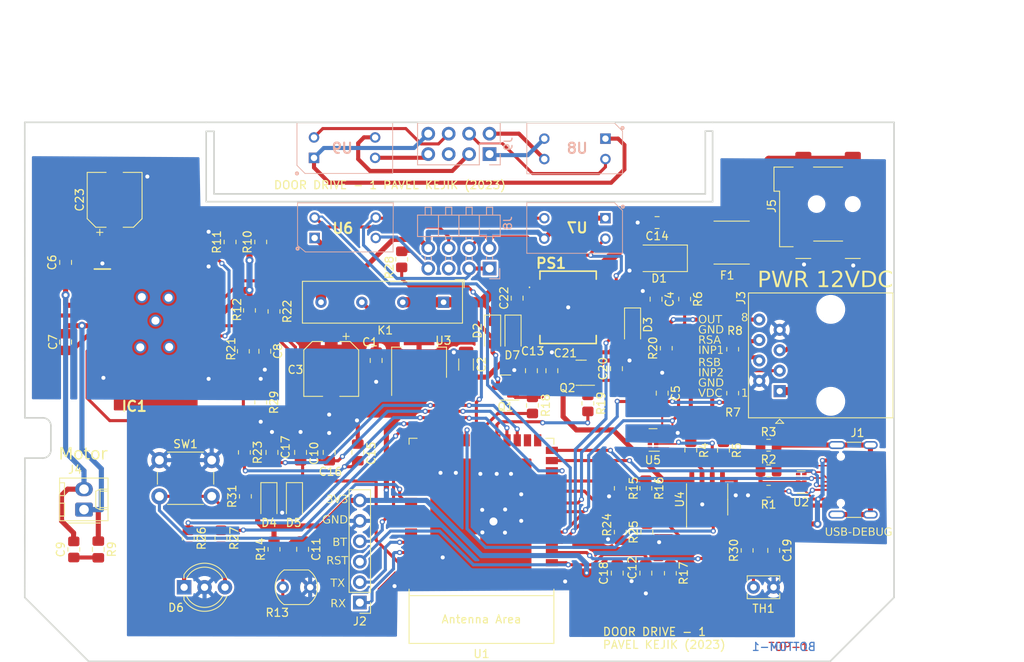
<source format=kicad_pcb>
(kicad_pcb (version 20221018) (generator pcbnew)
  (layers (0 "F.Cu" signal) (31 "B.Cu" signal) (34 "B.Paste" user) (35 "F.Paste" user) (36 "B.SilkS" user "B.Silkscreen") (37 "F.SilkS" user "F.Silkscreen") (38 "B.Mask" user) (39 "F.Mask" user) (44 "Edge.Cuts" user))
  (net 0 "")
  (net 1 "Net-(J3-Pad6)")
  (net 2 "Net-(U4-B)")
  (net 3 "Net-(J1-CC2)")
  (net 4 "GND")
  (net 5 "Net-(J1-SHIELD)")
  (net 6 "RESET")
  (net 7 "+3.3V")
  (net 8 "Net-(IC1-IN1)")
  (net 9 "Net-(U4-RO)")
  (net 10 "OUT_MOT1")
  (net 11 "INP_ENCA")
  (net 12 "Net-(IC1-SENSE)")
  (net 13 "Net-(IC1-OUT2)")
  (net 14 "Net-(C9-Pad1)")
  (net 15 "Net-(J3-Pad4)")
  (net 16 "Net-(J3-Pad3)")
  (net 17 "INP2")
  (net 18 "Net-(J3-Pad5)")
  (net 19 "INP1")
  (net 20 "Net-(U4-A)")
  (net 21 "Net-(J1-CC1)")
  (net 22 "+5V")
  (net 28 "USBDATA+")
  (net 29 "USBDATA-")
  (net 34 "INP_ENCB")
  (net 35 "OUT_LEDR")
  (net 36 "Net-(D6-A1)")
  (net 37 "OUT_LEDG")
  (net 38 "Net-(D6-A2)")
  (net 40 "OUT_ENC")
  (net 41 "AINP_THERM")
  (net 42 "GNDPWR")
  (net 43 "AINP_MOT")
  (net 46 "AINP_PHOTO")
  (net 47 "RXD485")
  (net 48 "Net-(Q1-B)")
  (net 49 "OUT_MOT_PWR")
  (net 50 "Net-(Q2-B)")
  (net 51 "OUT_AUXOUT")
  (net 53 "Net-(D3-A)")
  (net 54 "Net-(IC1-IN2)")
  (net 56 "BOOT")
  (net 64 "DEBUG_TX")
  (net 65 "DEBUG_RX")
  (net 66 "OUT_MOT2")
  (net 67 "Net-(IC1-ENABLE)")
  (net 70 "OUT_MOT_EN")
  (net 71 "AUXOUT")
  (net 72 "Net-(IC1-OUT1)")
  (net 73 "Net-(IC1-VREF)")
  (net 74 "Net-(IC1-BOOT1)")
  (net 75 "Net-(IC1-BOOT2)")
  (net 78 "+12V")
  (net 83 "Net-(D2-A)")
  (net 84 "MOT_PWR")
  (net 85 "DE485")
  (net 86 "TXD485")
  (net 89 "VDC")
  (net 90 "Net-(U1-MTCK{slash}GPIO39{slash}CLK_OUT3{slash}SUBSPICS1)")
  (net 91 "Net-(D7-K)")
  (net 94 "Net-(J8-Pin_1)")
  (net 95 "Net-(J8-Pin_7)")
  (net 96 "Net-(J9-Pin_1)")
  (net 97 "Net-(J9-Pin_2)")
  (net 98 "Net-(J9-Pin_3)")
  (net 99 "Net-(J9-Pin_4)")
  (net 100 "Net-(J9-Pin_6)")
  (net 101 "Net-(J9-Pin_7)")
  (net 102 "Net-(J9-Pin_8)")
  (net 103 "SINK")
  (footprint "Connector_Molex:Molex_KK-254_AE-6410-02A_1x02_P2.54mm_Vertical" (layer "F.Cu") (at 101.346 93.218 90)
    (fp_text reference "J4")
    (fp_text value "Conn_01x02_Pin")
  )
  (footprint "MountingHole:MountingHole_3.2mm_M3" (layer "F.Cu") (at 121.895642 49.8964)
    (fp_text reference "REF**" hide)
    (fp_text value "MountingHole_3.2mm_M3")
  )
  (footprint "Button_Switch_THT:SW_PUSH_6mm" (layer "F.Cu") (at 110.721 87.067)
    (fp_text reference "SW1")
    (fp_text value "SW_Push")
  )
  (footprint "Capacitor_SMD:C_0805_2012Metric_Pad1.18x1.45mm_HandSolder" (layer "F.Cu") (at 135.382 86.106 90)
    (fp_text reference "C15")
    (fp_text value "33pF")
  )
  (footprint "Capacitor_SMD:C_0805_2012Metric_Pad1.18x1.45mm_HandSolder" (layer "F.Cu") (at 167.543 75.692 90)
    (fp_text reference "C20")
    (fp_text value "15nF")
  )
  (footprint "Capacitor_SMD:C_0805_2012Metric_Pad1.18x1.45mm_HandSolder" (layer "F.Cu") (at 171.196 101.1135 90)
    (fp_text reference "C12")
    (fp_text value "1nF")
  )
  (footprint "Fuse:Fuse_2920_7451Metric_Pad2.10x5.45mm_HandSolder" (layer "F.Cu") (at 181.864 60.025 180)
    (fp_text reference "F1")
    (fp_text value "0ZCF0100AF2A")
  )
  (footprint "Resistor_SMD:R_0805_2012Metric_Pad1.20x1.40mm_HandSolder" (layer "F.Cu") (at 183.789 98.288 90)
    (fp_text reference "R30")
    (fp_text value "10K")
  )
  (footprint "LED_THT:LED_D5.0mm-3" (layer "F.Cu") (at 113.792 102.87)
    (fp_text reference "D6")
    (fp_text value "LED_Dual_AKA")
  )
  (footprint "Capacitor_SMD:C_0805_2012Metric_Pad1.18x1.45mm_HandSolder" (layer "F.Cu") (at 124.714 86.106 -90)
    (fp_text reference "C17")
    (fp_text value "33pF")
  )
  (footprint "Diode_SMD:D_SOD-123F" (layer "F.Cu") (at 152.146 71.247 -90)
    (fp_text reference "D2")
    (fp_text value "1N4148WT")
  )
  (footprint "Package_TO_SOT_SMD:SOT-23" (layer "F.Cu") (at 163.1465 76.2 180)
    (fp_text reference "Q2")
    (fp_text value "BC846")
  )
  (footprint "Resistor_SMD:R_0805_2012Metric_Pad1.20x1.40mm_HandSolder" (layer "F.Cu") (at 171.196 90.567 -90)
    (fp_text reference "R16")
    (fp_text value "2K2")
  )
  (footprint "Resistor_SMD:R_0805_2012Metric_Pad1.20x1.40mm_HandSolder" (layer "F.Cu") (at 124.968 68.58 -90)
    (fp_text reference "R22")
    (fp_text value "100R")
  )
  (footprint "Resistor_SMD:R_0805_2012Metric_Pad1.20x1.40mm_HandSolder" (layer "F.Cu") (at 114.31 96.79 -90)
    (fp_text reference "R26")
    (fp_text value "470R")
  )
  (footprint "MountingHole:MountingHole_3.2mm_M3" (layer "F.Cu") (at 174.1424 49.8602)
    (fp_text reference "REF**" hide)
    (fp_text value "MountingHole_3.2mm_M3")
  )
  (footprint "Connector_RJ:RJ45_Amphenol_54602-x08_Horizontal" (layer "F.Cu") (at 187.833 78.486 90)
    (fp_text reference "J3")
    (fp_text value "RJ45")
  )
  (footprint "OptoDevice:R_LDR_5.1x4.3mm_P3.4mm_Vertical" (layer "F.Cu") (at 126.062 102.87)
    (fp_text reference "R13")
    (fp_text value "R_Photo")
  )
  (footprint "Package_SON:USON-10_2.5x1.0mm_P0.5mm" (layer "F.Cu") (at 190.516 89.793 180)
    (fp_text reference "U2")
    (fp_text value "TPD4E02B04DQA")
  )
  (footprint "Resistor_SMD:R_0805_2012Metric_Pad1.20x1.40mm_HandSolder" (layer "F.Cu") (at 123.317 59.944 90)
    (fp_text reference "R10")
    (fp_text value "3R3")
  )
  (footprint "Package_SO:SOIC-8_3.9x4.9mm_P1.27mm" (layer "F.Cu") (at 178.816 91.948 90)
    (fp_text reference "U4")
    (fp_text value "MAX485E")
  )
  (footprint "Capacitor_SMD:C_0805_2012Metric_Pad1.18x1.45mm_HandSolder" (layer "F.Cu") (at 99.06 62.484 90)
    (fp_text reference "C6")
    (fp_text value "15nF")
  )
  (footprint "Package_TO_SOT_SMD:SOT-223-3_TabPin2" (layer "F.Cu") (at 143.002 74.93 90)
    (fp_text reference "U3")
    (fp_text value "AMS1117-3.3")
  )
  (footprint "Resistor_SMD:R_0805_2012Metric_Pad1.20x1.40mm_HandSolder" (layer "F.Cu") (at 181.991 73.279 -90)
    (fp_text reference "R8")
    (fp_text value "120R")
  )
  (footprint "KiCad:SOIC127P1420X360-21N" (layer "F.Cu") (at 110.232 69.723)
    (fp_text reference "IC1")
    (fp_text value "L6201PS" hide)
  )
  (footprint "Resistor_SMD:R_0805_2012Metric_Pad1.20x1.40mm_HandSolder" (layer "F.Cu") (at 173.736 73.152 90)
    (fp_text reference "R20")
    (fp_text value "120R")
  )
  (footprint "Capacitor_SMD:C_0805_2012Metric_Pad1.18x1.45mm_HandSolder" (layer "F.Cu") (at 131.826 86.106 90)
    (fp_text reference "C16")
    (fp_text value "33pF")
  )
  (footprint "Package_TO_SOT_SMD:SOT-23" (layer "F.Cu") (at 153.7485 78.044 180)
    (fp_text reference "Q1")
    (fp_text value "BC846")
  )
  (footprint "Diode_SMD:D_SOD-123F" (layer "F.Cu") (at 127.508 92.075 -90)
    (fp_text reference "D5")
    (fp_text value "1N4148WT")
  )
  (footprint "PCM_Espressif:ESP32-S3-WROOM-1" (layer "F.Cu") (at 150.762 94.102 180)
    (fp_text reference "U1")
    (fp_text value "ESP32-S3-WROOM-1")
  )
  (footprint "Capacitor_SMD:C_0805_2012Metric_Pad1.18x1.45mm_HandSolder" (layer "F.Cu") (at 137.668 74.676 -90)
    (fp_text reference "C1")
    (fp_text value "100nF")
  )
  (footprint "Capacitor_SMD:C_0805_2012Metric_Pad1.18x1.45mm_HandSolder" (layer "F.Cu") (at 99.06 72.39 -90)
    (fp_text reference "C7")
    (fp_text value "15nF")
  )
  (footprint "Resistor_SMD:R_0805_2012Metric_Pad1.20x1.40mm_HandSolder" (layer "F.Cu") (at 181.991 78.74 -90)
    (fp_text reference "R7")
    (fp_text value "470R")
  )
  (footprint "Capacitor_SMD:C_0805_2012Metric_Pad1.18x1.45mm_HandSolder" (layer "F.Cu") (at 173.228 78.74 -90)
    (fp_text reference "C5")
    (fp_text value "100nF")
  )
  (footprint "Resistor_SMD:R_0805_2012Metric_Pad1.20x1.40mm_HandSolder" (layer "F.Cu") (at 157.099 80.264 -90)
    (fp_text reference "R18")
    (fp_text value "10K")
  )
  (footprint "Resistor_SMD:R_0805_2012Metric_Pad1.20x1.40mm_HandSolder" (layer "F.Cu") (at 119.507 59.944 90)
    (fp_text reference "R11")
    (fp_text value "3R3")
  )
  (footprint "Resistor_SMD:R_0805_2012Metric_Pad1.20x1.40mm_HandSolder" (layer "F.Cu") (at 121.158 73.533 -90)
    (fp_text reference "R21")
    (fp_text value "100R")
  )
  (footprint "Capacitor_SMD:C_0805_2012Metric_Pad1.18x1.45mm_HandSolder" (layer "F.Cu") (at 156.972 75.946 -90)
    (fp_text reference "C13")
    (fp_text value "10uF")
  )
  (footprint "Resistor_SMD:R_0805_2012Metric_Pad1.20x1.40mm_HandSolder" (layer "F.Cu") (at 118.374 96.79 -90)
    (fp_text reference "R27")
    (fp_text value "470R")
  )
  (footprint "Capacitor_SMD:C_0805_2012Metric_Pad1.18x1.45mm_HandSolder" (layer "F.Cu") (at 159.512 75.946 90)
    (fp_text reference "C21")
    (fp_text value "15nF")
  )
  (footprint "Resistor_SMD:R_0805_2012Metric_Pad1.20x1.40mm_HandSolder" (layer "F.Cu") (at 121.92 68.453 90)
    (fp_text reference "R12")
    (fp_text value "4K7")
  )
  (footprint "Resistor_SMD:R_0805_2012Metric_Pad1.20x1.40mm_HandSolder" (layer "F.Cu") (at 186.452 85.217)
    (fp_text reference "R3")
    (fp_text value "1M")
  )
  (footprint "MountingHole:MountingHole_3.2mm_M3" (layer "F.Cu") (at 195.641442 105.6804)
    (fp_text reference "REF**" hide)
    (fp_text value "MountingHole_3.2mm_M3")
  )
  (footprint "Resistor_SMD:R_0805_2012Metric_Pad1.20x1.40mm_HandSolder" (layer "F.Cu") (at 140.843 62.103 90)
    (fp_text reference "R28")
    (fp_text value "68R")
  )
  (footprint "Resistor_SMD:R_0805_2012Metric_Pad1.20x1.40mm_HandSolder" (layer "F.Cu") (at 123.317 79.883 -90)
    (fp_text reference "R29")
    (fp_text value "0R")
  )
  (footprint "Capacitor_SMD:C_0805_2012Metric_Pad1.18x1.45mm_HandSolder" (layer "F.Cu") (at 172.593 57.531 180)
    (fp_text reference "C14")
    (fp_text value "100nF")
  )
  (footprint "Resistor_SMD:R_0805_2012Metric_Pad1.20x1.40mm_HandSolder" (layer "F.Cu") (at 121.285 86.106 -90)
    (fp_text reference "R23")
    (fp_text value "100R")
  )
  (footprint "Connector_PinHeader_2.54mm:PinHeader_1x06_P2.54mm_Vertical" (layer "F.Cu") (at 135.636 104.775 180)
    (fp_text reference "J2")
    (fp_text value "Conn_01x06_Socket")
  )
  (footprint "Capacitor_SMD:C_0805_2012Metric_Pad1.18x1.45mm_HandSolder" (layer "F.Cu") (at 123.825 73.533 90)
    (fp_text reference "C8")
    (fp_text value "220nF")
  )
  (footprint "Resistor_SMD:R_0805_2012Metric_Pad1.20x1.40mm_HandSolder" (layer "F.Cu") (at 163.987 80.01 -90)
    (fp_text reference "R19")
    (fp_text value "10K")
  )
  (footprint "Diode_SMD:D_SOD-123F" (layer "F.Cu") (at 124.333 92.075 -90)
    (fp_text reference "D4")
    (fp_text value "1N4148WT")
  )
  (footprint "Diode_SMD:D_SMA" (layer "F.Cu") (at 172.847 61.976 180)
    (fp_text reference "D1")
    (fp_text value "ESDA18-1K")
  )
  (footprint "Diode_SMD:D_SOD-123F" (layer "F.Cu") (at 154.686 71.247 -90)
    (fp_text reference "D7")
    (fp_text value "1N4007")
  )
  (footprint "Resistor_SMD:R_0805_2012Metric_Pad1.20x1.40mm_HandSolder" (layer "F.Cu") (at 171.323 96.012 90)
    (fp_text reference "R25")
    (fp_text value "2K2")
  )
  (footprint "Resistor_SMD:R_0805_2012Metric_Pad1.20x1.40mm_HandSolder" (layer "F.Cu") (at 100.076 98.171 -90)
    (fp_text reference "R9")
    (fp_text value "5k1")
  )
  (footprint "Resistor_SMD:R_0805_2012Metric_Pad1.20x1.40mm_HandSolder" (layer "F.Cu") (at 176.022 67.04 -90)
    (fp_text reference "R6")
    (fp_text value "470R")
  )
  (footprint "Connector_BarrelJack:BarrelJack_Wuerth_694108106102_2.5x5.5mm" (layer "F.Cu") (at 193.847861 55.233576 90)
    (fp_text reference "J5")
    (fp_text value "Barrel_Jack_Switch")
  )
  (footprint "Resistor_SMD:R_0805_2012Metric_Pad1.20x1.40mm_HandSolder" (layer "F.Cu") (at 174.244 101.1295 -90)
    (fp_text reference "R17")
    (fp_text value "1M")
  )
  (footprint "Resistor_SMD:R_0805_2012Metric_Pad1.20x1.40mm_HandSolder" (layer "F.Cu") (at 168.021 96.012 90)
    (fp_text reference "R24")
    (fp_text value "2K2")
  )
  (footprint "Diode_SMD:D_SOD-123F" (layer "F.Cu") (at 169.545 70.358 -90)
    (fp_text reference "D3")
    (fp_text value "1N4148WT")
  )
  (footprint "Capacitor_SMD:C_0805_2012Metric_Pad1.18x1.45mm_HandSolder" (layer "F.Cu") (at 167.64 101.1135 90)
    (fp_text reference "C18")
    (fp_text value "15nF")
  )
  (footprint "Capacitor_SMD:C_1206_3216Metric_Pad1.33x1.80mm_HandSolder" (layer "F.Cu") (at 148.844 75.184 90)
    (fp_text reference "C2")
    (fp_text value "10u/50V")
  )
  (footprint "Resistor_SMD:R_0805_2012Metric_Pad1.20x1.40mm_HandSolder" (layer "F.Cu") (at 168.021 90.567 -90)
    (fp_text reference "R15")
    (fp_text value "3K3")
  )
  (footprint "Capacitor_SMD:C_0805_2012Metric_Pad1.18x1.45mm_HandSolder" (layer "F.Cu") (at 128.27 86.106 -90)
    (fp_text reference "C10")
    (fp_text value "15nF")
  )
  (footprint "Resistor_SMD:R_0805_2012Metric_Pad1.20x1.40mm_HandSolder" (layer "F.Cu") (at 180.848 85.852 -90)
    (fp_text reference "R5")
    (fp_text value "10R")
  )
  (footprint "Resistor_SMD:R_0805_2012Metric_Pad1.20x1.40mm_HandSolder" (layer "F.Cu") (at 176.784 85.836 -90)
    (fp_text reference "R4")
    (fp_text value "10R")
  )
  (footprint "Capacitor_SMD:CP_Elec_6.3x7.7" (layer "F.Cu") (at 132.08 75.725 -90)
    (fp_text reference "C3")
    (fp_text value "150uF/16V")
  )
  (footprint "Capacitor_SMD:C_0805_2012Metric_Pad1.18x1.45mm_HandSolder" (layer "F.Cu") (at 155.194 66.929 -90)
    (fp_text reference "C22")
    (fp_text value "10uF")
  )
  (footprint "Relay_THT:Relay_SPST_StandexMeder_SIL_Form1A" (layer "F.Cu") (at 146.05 67.437 180)
    (fp_text reference "K1")
    (fp_text value "SILxx-1Axx-71x" hide)
  )
  (footprint "Capacitor_THT:C_Disc_D3.8mm_W2.6mm_P2.50mm" (layer "F.Cu") (at 184.571 102.87)
    (fp_text reference "TH1")
    (fp_text value "Thermistor_NTC")
  )
  (footprint "Capacitor_SMD:C_0805_2012Metric_Pad1.18x1.45mm_HandSolder" (layer "F.Cu") (at 103.124 98.171 90)
    (fp_text reference "C9")
    (fp_text value "15nF")
  )
  (footprint "Resistor_SMD:R_0805_2012Metric_Pad1.20x1.40mm_HandSolder" (layer "F.Cu") (at 124.968 98.1495 90)
    (fp_text reference "R14")
    (fp_text value "100K")
  )
  (footprint "Capacitor_SMD:CP_Elec_6.3x7.7" (layer "F.Cu") (at 105.156 54.704 90)
    (fp_text reference "C23")
    (fp_text value "150uF/16V")
  )
  (footprint "K7805:K7805MT500R4" (layer "F.Cu") (at 161.529 68.072 -90)
    (fp_text reference "PS1")
    (fp_text value "K7805MT-500R4" hide)
  )
  (footprint "Capacitor_SMD:C_0805_2012Metric_Pad1.18x1.45mm_HandSolder" (layer "F.Cu") (at 128.524 98.1495 -90)
    (fp_text reference "C11")
    (fp_text value "1nF")
  )
  (footprint "Capacitor_SMD:C_0805_2012Metric_Pad1.18x1.45mm_HandSolder" (layer "F.Cu") (at 172.466 67.056 -90)
    (fp_text reference "C4")
    (fp_text value "100nF")
  )
  (footprint "Connector_USB:USB_C_Receptacle_GCT_USB4105-xx-A_16P_TopMnt_Horizontal" (layer "F.Cu") (at 198.040377 89.512006 90)
    (fp_text reference "J1")
    (fp_text value "USB_C_Receptacle_USB2.0")
  )
  (footprint "Resistor_SMD:R_0805_2012Metric_Pad1.20x1.40mm_HandSolder" (layer "F.Cu") (at 186.452 90.932 180)
    (fp_text reference "R1")
    (fp_text value "5k1")
  )
  (footprint "Capacitor_SMD:C_0805_2012Metric_Pad1.18x1.45mm_HandSolder" (layer "F.Cu") (at 187.091 98.288 -90)
    (fp_text reference "C19")
    (fp_text value "1nF")
  )
  (footprint "Resistor_SMD:R_0805_2012Metric_Pad1.20x1.40mm_HandSolder" (layer "F.Cu") (at 121.412 91.567 90)
    (fp_text reference "R31")
    (fp_text value "100K")
  )
  (footprint "Package_SON:USON-10_2.5x1.0mm_P0.5mm" (layer "F.Cu") (at 172.089 84.558 180)
    (fp_text reference "U5")
    (fp_text value "TPD4E02B04DQA")
  )
  (footprint "MountingHole:MountingHole_3.2mm_M3" (layer "F.Cu") (at 100.38527 105.6804)
    (fp_text reference "REF**" hide)
    (fp_text value "MountingHole_3.2mm_M3")
  )
  (footprint "Resistor_SMD:R_0805_2012Metric_Pad1.20x1.40mm_HandSolder" (layer "F.Cu") (at 186.452 88.392 180)
    (fp_text reference "R2")
    (fp_text value "5k1")
  )
  (footprint "Connector_PinHeader_2.54mm:PinHeader_2x04_P2.54mm_Vertical" (layer "B.Cu") (at 151.765 49.022 90)
    (fp_text reference "J9")
    (fp_text value "Conn_02x04_Odd_Even")
  )
  (footprint "K7805:TCST1103" (layer "B.Cu") (at 162.342547 58.203924 180)
    (fp_text reference "U7")
    (fp_text value "TCST1103" hide)
  )
  (footprint "K7805:TCST1103" (layer "B.Cu") (at 133.847242 58.2308)
    (fp_text reference "U6")
    (fp_text value "TCST1103" hide)
  )
  (footprint "K7805:TCST1103" (layer "B.Cu") (at 133.77 48.274)
    (fp_text reference "U9")
    (fp_text value "TCST1103" hide)
  )
  (footprint "K7805:TCST1103" (layer "B.Cu") (at 162.345 48.314 180)
    (fp_text reference "U8")
    (fp_text value "TCST1103" hide)
  )
  (footprint "Connector_PinHeader_2.54mm:PinHeader_2x04_P2.54mm_Horizontal" (layer "B.Cu") (at 151.765 63.246 90)
    (fp_text reference "J8")
    (fp_text value "Conn_02x04_Odd_Even")
  )
  (gr_line (start 116.536242 46.1904) (end 117.511442 46.1904) (stroke (width 0.2)) (layer "Edge.Cuts"))
  (gr_line (start 96.231442 86.8104) (end 94.001442 86.8104) (stroke (width 0.2)) (layer "Edge.Cuts"))
  (gr_line (start 93.98 45.0704) (end 94.001442 81.8104) (stroke (width 0.2)) (layer "Edge.Cuts"))
  (gr_line locked (start 116.536242 45.0704) (end 93.98 45.0704) (stroke (width 0.2)) (layer "Edge.Cuts"))
  (gr_line locked (start 116.536242 54.93162) (end 179.493642 54.93162) (stroke (width 0.2)) (layer "Edge.Cuts"))
  (gr_line locked (start 202.04988 45.0704) (end 179.493642 45.0704) (stroke (width 0.2)) (layer "Edge.Cuts"))
  (gr_line (start 178.591442 46.1604) (end 179.493642 46.1604) (stroke (width 0.2)) (layer "Edge.Cuts"))
  (gr_line (start 116.536242 54.93162) (end 116.536242 46.1904) (stroke (width 0.2)) (layer "Edge.Cuts"))
  (gr_line (start 94.001442 81.8104) (end 96.231442 81.8104) (stroke (width 0.2)) (layer "Edge.Cuts"))
  (gr_line (start 117.511442 53.9704) (end 178.591442 53.9704) (stroke (width 0.2)) (layer "Edge.Cuts"))
  (gr_line (start 97.231442 82.8104) (end 97.231442 85.8104) (stroke (width 0.2)) (layer "Edge.Cuts"))
  (gr_line locked (start 101.929748 112.089748) (end 93.98 104.14) (stroke (width 0.2)) (layer "Edge.Cuts"))
  (gr_line (start 117.511442 46.1904) (end 117.511442 53.9704) (stroke (width 0.2)) (layer "Edge.Cuts"))
  (gr_line locked (start 202.04988 45.0704) (end 202.04988 104.14) (stroke (width 0.2)) (layer "Edge.Cuts"))
  (gr_line (start 116.536242 45.0704) (end 179.493642 45.0704) (stroke (width 0.2)) (layer "Edge.Cuts"))
  (gr_arc (start 97.231442 85.8104) (mid 96.938551 86.517522) (end 96.231442 86.8104) (stroke (width 0.2)) (layer "Edge.Cuts"))
  (gr_line (start 94.001442 86.8104) (end 93.98 104.14) (stroke (width 0.2)) (layer "Edge.Cuts"))
  (gr_line locked (start 202.04988 104.14) (end 194.100133 112.089748) (stroke (width 0.2)) (layer "Edge.Cuts"))
  (gr_line (start 178.591442 53.9704) (end 178.591442 46.1604) (stroke (width 0.2)) (layer "Edge.Cuts"))
  (gr_arc (start 96.231442 81.8104) (mid 96.938549 82.103293) (end 97.231442 82.8104) (stroke (width 0.2)) (layer "Edge.Cuts"))
  (gr_line (start 179.493642 46.1604) (end 179.493642 54.93162) (stroke (width 0.2)) (layer "Edge.Cuts"))
  (gr_line locked (start 194.100133 112.089748) (end 101.929748 112.089748) (stroke (width 0.2)) (layer "Edge.Cuts"))
  (gr_text "TOP-1" (at 186.335442 110.8564) (layer "F.Cu") (effects (font (size 1 1)) (justify left bottom)))
  (gr_text "BOTTOM-1" (at 192.431442 110.8564) (layer "B.Cu") (effects (font (size 1 1)) (justify left bottom mirror)))
  (gr_text "3V3" (at 131.471442 92.5684) (layer "F.SilkS") (effects (font (size 1 1)) (justify left bottom)))
  (gr_text "BT" (at 132.233442 97.9024) (layer "F.SilkS") (effects (font (size 1 1)) (justify left bottom)))
  (gr_text "GND" (at 130.963442 95.1084) (layer "F.SilkS") (effects (font (size 1 1)) (justify left bottom)))
  (gr_text "DOOR DRIVE - 1\nPAVEL KEJIK (2023)" (at 165.761442 110.6024) (layer "F.SilkS") (effects (font (size 1 1)) (justify left bottom)))
  (gr_text "RX" (at 131.979442 105.5224) (layer "F.SilkS") (effects (font (size 1 1)) (justify left bottom)))
  (gr_text "VDC" (at 177.699442 79.3604) (layer "F.SilkS") (effects (font (size 1 1)) (justify left bottom)))
  (gr_text "RSA" (at 177.699442 72.7564) (layer "F.SilkS") (effects (font (size 1 1)) (justify left bottom)))
  (gr_text "RST" (at 131.471442 100.1884) (layer "F.SilkS") (effects (font (size 1 1)) (justify left bottom)))
  (gr_text "1" (at 183.033442 79.3604) (layer "F.SilkS") (effects (font (size 1 1)) (justify left bottom)))
  (gr_text "INP2" (at 177.699442 76.8204) (layer "F.SilkS") (effects (font (size 1 1)) (justify left bottom)))
  (gr_text "DOOR DRIVE - 1 PAVEL KEJIK (2023)" (at 124.867442 53.4524) (layer "F.SilkS") (effects (font (size 1 1)) (justify left bottom)))
  (gr_text "OUT" (at 177.699442 70.2164) (layer "F.SilkS") (effects (font (size 1 1)) (justify left bottom)))
  (gr_text "PWR 12VDC" (at 185.065442 65.8984) (layer "F.SilkS") (effects (font (size 2 2)) (justify left bottom)))
  (gr_text "Motor" (at 98.197442 87.2344) (layer "F.SilkS") (effects (font (size 1.5 1.5) (thickness 0.1875)) (justify left bottom)))
  (gr_text "GND" (at 177.699442 78.0904) (layer "F.SilkS") (effects (font (size 1 1)) (justify left bottom)))
  (gr_text "TX" (at 131.979442 102.9824) (layer "F.SilkS") (effects (font (size 1 1)) (justify left bottom)))
  (gr_text "GND" (at 177.699442 71.4864) (layer "F.SilkS") (effects (font (size 1 1)) (justify left bottom)))
  (gr_text "INP1" (at 177.699442 74.0264) (layer "F.SilkS") (effects (font (size 1 1)) (justify left bottom)))
  (gr_text "USB-DEBUG" (at 193.447442 96.6324) (layer "F.SilkS") (effects (font (size 1 1)) (justify left bottom)))
  (gr_text "8" (at 183.033442 69.9624) (layer "F.SilkS") (effects (font (size 1 1)) (justify left bottom)))
  (gr_text "RSB" (at 177.699442 75.5504) (layer "F.SilkS") (effects (font (size 1 1)) (justify left bottom)))
  (segment (start 176.784 84.836) (end 176.784 73.279) (width 0.508) (layer "F.Cu") (net 1))
  (segment (start 181.991 72.279) (end 185.15 72.279) (width 0.508) (layer "F.Cu") (net 1))
  (segment (start 185.15 72.279) (end 185.293 72.136) (width 0.508) (layer "F.Cu") (net 1))
  (segment (start 177.784 72.279) (end 181.991 72.279) (width 0.508) (layer "F.Cu") (net 1))
  (segment (start 176.784 73.279) (end 177.784 72.279) (width 0.508) (layer "F.Cu") (net 1))
  (segment (start 176.784 86.836) (end 175.228 86.836) (width 0.254) (layer "F.Cu") (net 2))
  (segment (start 173.9905 85.5985) (end 172.474 85.5985) (width 0.254) (layer "F.Cu") (net 2))
  (segment (start 175.228 86.836) (end 173.9905 85.5985) (width 0.254) (layer "F.Cu") (net 2))
  (segment (start 176.784 86.836) (end 178.181 88.233) (width 0.381) (layer "F.Cu") (net 2))
  (segment (start 178.181 88.233) (end 178.181 89.473) (width 0.381) (layer "F.Cu") (net 2))
  (segment (start 188.081994 87.762006) (end 187.452 88.392) (width 0.1778) (layer "F.Cu") (net 3))
  (segment (start 194.360377 87.762006) (end 188.081994 87.762006) (width 0.1778) (layer "F.Cu") (net 3))
  (segment (start 188.595 86.741) (end 189.023994 86.312006) (width 0.508) (layer "F.Cu") (net 4))
  (segment (start 124.714 83.566) (end 124.714 85.0685) (width 0.508) (layer "F.Cu") (net 4))
  (segment (start 169.375 102.151) (end 169.418 102.108) (width 0.508) (layer "F.Cu") (net 4))
  (segment (start 166.608 97.012) (end 168.021 97.012) (width 0.381) (layer "F.Cu") (net 4))
  (segment (start 161.163 102.151) (end 160.909 102.151) (width 0.508) (layer "F.Cu") (net 4))
  (segment (start 178.181 92.594842) (end 178.181 94.423) (width 0.508) (layer "F.Cu") (net 4))
  (segment (start 171.196 103.632) (end 171.196 102.151) (width 0.508) (layer "F.Cu") (net 4))
  (segment (start 140.702 78.08) (end 139.9504 77.3284) (width 0.508) (layer "F.Cu") (net 4))
  (segment (start 185.452 90.932) (end 185.452 89.789) (width 0.508) (layer "F.Cu") (net 4))
  (segment (start 139.9504 77.3284) (end 137.668 77.3284) (width 0.508) (layer "F.Cu") (net 4))
  (segment (start 182.372 91.44) (end 182.372 89.473) (width 0.508) (layer "F.Cu") (net 4))
  (segment (start 187.091 99.3255) (end 187.091 102.85) (width 0.508) (layer "F.Cu") (net 4))
  (segment (start 172.847 97.266) (end 172.085 97.266) (width 0.508) (layer "F.Cu") (net 4))
  (segment (start 182.372 89.473) (end 180.721 89.473) (width 0.508) (layer "F.Cu") (net 4))
  (segment (start 123.317 82.296) (end 123.317 80.883) (width 0.508) (layer "F.Cu") (net 4))
  (segment (start 137.668 75.7135) (end 137.668 77.3284) (width 0.381) (layer "F.Cu") (net 4))
  (segment (start 132.08 81.153) (end 131.826 81.407) (width 0.508) (layer "F.Cu") (net 4))
  (segment (start 132.08 77.122) (end 132.08 81.153) (width 0.508) (layer "F.Cu") (net 4))
  (segment (start 125.984 93.599) (end 127.384 93.599) (width 0.508) (layer "F.Cu") (net 4))
  (segment (start 159.723 102.151) (end 159.512 102.362) (width 0.508) (layer "F.Cu") (net 4))
  (segment (start 178.207442 92.5684) (end 178.181 92.594842) (width 0.508) (layer "F.Cu") (net 4))
  (segment (start 185.452 89.789) (end 185.452 88.392) (width 0.508) (layer "F.Cu") (net 4))
  (segment (start 183.896 91.44) (end 184.944 91.44) (width 0.508) (layer "F.Cu") (net 4))
  (segment (start 168.021 97.012) (end 171.323 97.012) (width 0.381) (layer "F.Cu") (net 4))
  (segment (start 169.418 102.108) (end 169.461 102.151) (width 0.508) (layer "F.Cu") (net 4))
  (segment (start 148.844 73.6215) (end 147.3585 73.6215) (width 0.508) (layer "F.Cu") (net 4))
  (segment (start 168.021 91.567) (end 166.624 91.567) (width 0.381) (layer "F.Cu") (net 4))
  (segment (start 187.232006 92.712006) (end 185.452 90.932) (width 0.508) (layer "F.Cu") (net 4))
  (segment (start 187.091 102.85) (end 187.071 102.87) (width 0.254) (layer "F.Cu") (net 4))
  (segment (start 194.360377 92.712006) (end 187.232006 92.712006) (width 0.508) (layer "F.Cu") (net 4))
  (segment (start 135.382 82.226486) (end 135.382 85.0685) (width 0.508) (layer "F.Cu") (net 4))
  (segment (start 128.27 85.0685) (end 128.27 83.566) (width 0.508) (layer "F.Cu") (net 4))
  (segment (start 139.954 102.7284) (end 140.3204 102.362) (width 0.508) (layer "F.Cu") (net 4))
  (segment (start 147.3585 73.6215) (end 147.32 73.66) (width 0.508) (layer "F.Cu") (net 4))
  (segment (start 128.524 101.932) (end 129.462 102.87) (width 0.508) (layer "F.Cu") (net 4))
  (segment (start 185.452 85.217) (end 185.452 86.868) (width 0.508) (layer "F.Cu") (net 4))
  (segment (start 167.64 102.151) (end 169.375 102.151) (width 0.508) (layer "F.Cu") (net 4))
  (segment (start 166.497 96.901) (end 166.608 97.012) (width 0) (layer "F.Cu") (net 4))
  (segment (start 190.901 89.793) (end 190.131 89.793) (width 0.254) (layer "F.Cu") (net 4))
  (segment (start 135.281442 82.125928) (end 135.382 82.226486) (width 0.508) (layer "F.Cu") (net 4))
  (segment (start 190.131 89.793) (end 185.456 89.793) (width 0.254) (layer "F.Cu") (net 4))
  (segment (start 189.023994 86.312006) (end 194.360377 86.312006) (width 0.508) (layer "F.Cu") (net 4))
  (segment (start 185.452 86.868) (end 185.579 86.741) (width 0.508) (layer "F.Cu") (net 4))
  (segment (start 172.085 97.266) (end 171.958 97.139) (width 0.508) (layer "F.Cu") (net 4))
  (segment (start 140.3204 102.362) (end 142.012 102.362) (width 0.508) (layer "F.Cu") (net 4))
  (segment (start 128.524 99.187) (end 128.524 101.932) (width 0.508) (layer "F.Cu") (net 4))
  (segment (start 184.944 91.44) (end 185.452 90.932) (width 0.508) (layer "F.Cu") (net 4))
  (segment (start 131.826 85.0685) (end 131.826 83.693) (width 0.508) (layer "F.Cu") (net 4))
  (segment (start 127.384 93.599) (end 127.508 93.475) (width 0.508) (layer "F.Cu") (net 4))
  (segment (start 185.579 86.741) (end 188.595 86.741) (width 0.508) (layer "F.Cu") (net 4))
  (segment (start 160.909 102.151) (end 159.723 102.151) (width 0.508) (layer "F.Cu") (net 4))
  (segment (start 185.456 89.793) (end 185.452 89.789) (width 0.254) (layer "F.Cu") (net 4))
  (segment (start 169.461 102.151) (end 171.196 102.151) (width 0.508) (layer "F.Cu") (net 4))
  (segment (start 185.452 86.868) (end 185.452 88.392) (width 0.508) (layer "F.Cu") (net 4))
  (via (at 152.251442 94.6904) (size 1.5) (drill 1) (layers "F.Cu" "B.Cu") (net 4))
  (via (at 147.574 88.646) (size 1) (drill 0.5) (layers "F.Cu" "B.Cu") (net 4))
  (via (at 182.372 91.44) (size 1) (drill 0.5) (layers "F.Cu" "B.Cu") (net 4))
  (via (at 172.847 97.266) (size 1) (drill 0.5) (layers "F.Cu" "B.Cu") (net 4))
  (via (at 153.701442 93.2004) (size 1) (drill 0.5) (layers "F.Cu" "B.Cu") (net 4))
  (via (at 124.714 83.566) (size 1) (drill 0.5) (layers "F.Cu" "B.Cu") (net 4))
  (via (at 155.702 91.313) (size 1) (drill 0.5) (layers "F.Cu" "B.Cu") (net 4))
  (via (at 178.207442 92.5684) (size 1) (drill 0.5) (layers "F.Cu" "B.Cu") (net 4))
  (via (at 150.622 88.773) (size 1) (drill 0.5) (layers "F.Cu" "B.Cu") (net 4))
  (via (at 183.896 91.44) (size 1) (drill 0.5) (layers "F.Cu" "B.Cu") (net 4))
  (via (at 152.654 88.773) (size 1) (drill 0.5) (layers "F.Cu" "B.Cu") (net 4))
  (via (at 153.681442 96.0804) (size 1) (drill 0.5) (layers "F.Cu" "B.Cu") (net 4))
  (via (at 145.669 88.646) (size 1) (drill 0.5) (layers "F.Cu" "B.Cu") (net 4))
  (via (at 123.317 82.296) (size 1) (drill 0.5) (layers "F.Cu" "B.Cu") (net 4))
  (via (at 169.418 102.108) (size 1) (drill 0.5) (layers "F.Cu" "B.Cu") (net 4))
  (via (at 139.954 102.7284) (size 1) (drill 0.5) (layers "F.Cu" "B.Cu") (net 4))
  (via (at 155.702 94.615) (size 1) (drill 0.5) (layers "F.Cu" "B.Cu") (net 4))
  (via (at 171.196 103.632) (size 1) (drill 0.5) (layers "F.Cu" "B.Cu") (net 4))
  (via (at 145.941442 99.1604) (size 1) (drill 0.5) (layers "F.Cu" "B.Cu") (net 4))
  (via (at 154.432 88.773) (size 1) (drill 0.5) (layers "F.Cu" "B.Cu") (net 4))
  (via (at 137.668 77.3284) (size 1) (drill 0.5) (layers "F.Cu" "B.Cu") (net 4))
  (via (at 147.32 73.66) (size 1) (drill 0.5) (layers "F.Cu" "B.Cu") (net 4))
  (via (at 150.871442 96.0504) (size 1) (drill 0.5) (layers "F.Cu" "B.Cu") (net 4))
  (via (at 161.163 102.151) (size 1) (drill 0.5) (layers "F.Cu" "B.Cu") (net 4))
  (via (at 150.851442 93.2504) (size 1) (drill 0.5) (layers "F.Cu" "B.Cu") (net 4))
  (via (at 135.281442 82.125928) (size 1) (drill 0.5) (layers "F.Cu" "B.Cu") (net 4))
  (via (at 131.826 83.693) (size 1) (drill 0.5) (layers "F.Cu" "B.Cu") (net 4))
  (via (at 128.27 83.566) (size 1) (drill 0.5) (layers "F.Cu" "B.Cu") (net 4))
  (via (at 166.624 91.567) (size 1) (drill 0.5) (layers "F.Cu" "B.Cu") (net 4))
  (via (at 131.826 81.407) (size 1) (drill 0.5) (layers "F.Cu" "B.Cu") (net 4))
  (via (at 125.984 93.599) (size 1) (drill 0.5) (layers "F.Cu" "B.Cu") (net 4))
  (via (at 166.497 96.901) (size 1) (drill 0.5) (layers "F.Cu" "B.Cu") (net 4))
  (segment (start 117.221 87.067) (end 110.721 87.067) (width 0.508) (layer "B.Cu") (net 4))
  (segment (start 129.462 102.87) (end 129.462 106.221) (width 0.508) (layer "B.Cu") (net 4))
  (segment (start 129.462 100.789) (end 129.462 102.87) (width 0.508) (layer "B.Cu") (net 4))
  (segment (start 123.444 82.296) (end 124.714 83.566) (width 0.508) (layer "B.Cu") (net 4))
  (segment (start 187.071 100.457) (end 187.071 102.87) (width 0.508) (layer "B.Cu") (net 4))
  (segment (start 181.2436 92.5684) (end 182.372 91.44) (width 0.508) (layer "B.Cu") (net 4))
  (segment (start 116.459 106.299) (end 129.384 106.299) (width 0.508) (layer "B.Cu") (net 4))
  (segment (start 123.317 82.296) (end 123.444 82.296) (width 0.508) (layer "B.Cu") (net 4))
  (segment (start 184 91.544) (end 183.896 91.44) (width 0.508) (layer "B.Cu") (net 4))
  (segment (start 184 97.282) (end 184 91.544) (width 0.508) (layer "B.Cu") (net 4))
  (segment (start 140.843 79.121) (end 140.462 79.502) (width 0.508) (layer "B.Cu") (net 4))
  (segment (start 131.826 81.407) (end 133.731 79.502) (width 0.508) (layer "B.Cu") (net 4))
  (segment (start 172.847 97.266) (end 172.863 97.282) (width 0.508) (layer "B.Cu") (net 4))
  (segment (start 137.668 77.3284) (end 137.668 79.375) (width 0.381) (layer "B.Cu") (net 4))
  (segment (start 141.5904 101.092) (end 158.496 101.092) (width 0.508) (layer "B.Cu") (net 4))
  (segment (start 133.731 79.502) (end 140.462 79.502) (width 0.508) (layer "B.Cu") (net 4))
  (segment (start 123.317 82.296) (end 123.19 82.423) (width 0.508) (layer "B.Cu") (net 4))
  (segment (start 117.221 82.55) (end 117.221 87.067) (width 0.508) (layer "B.Cu") (net 4))
  (segment (start 182.372 91.44) (end 183.896 91.44) (width 0.508) (layer "B.Cu") (net 4))
  (segment (start 124.714 83.566) (end 128.27 83.566) (width 0.508) (layer "B.Cu") (net 4))
  (segment (start 107.95 89.838) (end 107.95 100.203) (width 0.508) (layer "B.Cu") (net 4))
  (segment (start 139.954 102.7284) (end 139.954 104.394) (width 0.508) (layer "B.Cu") (net 4))
  (segment (start 147.32 78.359) (end 146.558 79.121) (width 0.508) (layer "B.Cu") (net 4))
  (segment (start 166.624 91.567) (end 166.624 96.774) (width 0.381) (layer "B.Cu") (net 4))
  (segment (start 133.393072 82.125928) (end 131.826 83.693) (width 0.508) (layer "B.Cu") (net 4))
  (segment (start 184 97.282) (end 187.071 97.282) (width 0.508) (layer "B.Cu") (net 4))
  (segment (start 171.196 103.632) (end 179.324 103.632) (width 0.508) (layer "B.Cu") (net 4))
  (segment (start 172.863 97.282) (end 179.832 97.282) (width 0.508) (layer "B.Cu") (net 4))
  (segment (start 159.555 102.151) (end 161.163 102.151) (width 0.508) (layer "B.Cu") (net 4))
  (segment (start 110.721 87.067) (end 107.95 89.838) (width 0.508) (layer "B.Cu") (net 4))
  (segment (start 139.954 104.394) (end 136.779 107.569) (width 0.508) (layer "B.Cu") (net 4))
  (segment (start 135.636 94.615) (end 129.462 100.789) (width 0.508) (layer "B.Cu") (net 4))
  (segment (start 116.332 106.172) (end 116.459 106.299) (width 0.508) (layer "B.Cu") (net 4))
  (segment (start 116.205 106.299) (end 116.332 106.172) (width 0.508) (layer "B.Cu") (net 4))
  (segment (start 178.207442 92.5684) (end 181.2436 92.5684) (width 0.508) (layer "B.Cu") (net 4))
  (segment (start 117.348 82.423) (end 117.221 82.55) (width 0.508) (layer "B.Cu") (net 4))
  (segment (start 129.384 106.299) (end 129.462 106.221) (width 0.508) (layer "B.Cu") (net 4))
  (segment (start 131.826 81.407) (end 131.826 83.693) (width 0.508) (layer "B.Cu") (net 4))
  (segment (start 130.81 107.569) (end 129.462 106.221) (width 0.508) (layer "B.Cu") (net 4))
  (segment (start 158.496 101.092) (end 159.555 102.151) (width 0.508) (layer "B.Cu") (net 4))
  (segment (start 179.832 97.282) (end 184 97.282) (width 0.508) (layer "B.Cu") (net 4))
  (segment (start 131.699 83.566) (end 131.826 83.693) (width 0.508) (layer "B.Cu") (net 4))
  (segment (start 139.954 102.7284) (end 141.5904 101.092) (width 0.508) (layer "B.Cu") (net 4))
  (segment (start 136.779 107.569) (end 130.81 107.569) (width 0.508) (layer "B.Cu") (net 4))
  (segment (start 107.95 100.203) (end 114.046 106.299) (width 0.508) (layer "B.Cu") (net 4))
  (segment (start 146.558 79.121) (end 140.843 79.121) (width 0.508) (layer "B.Cu") (net 4))
  (segment (start 114.046 106.299) (end 116.205 106.299) (width 0.508) (layer "B.Cu") (net 4))
  (segment (start 128.27 83.566) (end 131.699 83.566) (width 0.508) (layer "B.Cu") (net 4))
  (segment (start 166.624 96.774) (end 166.497 96.901) (width 0) (layer "B.Cu") (net 4))
  (segment (start 117.221 87.067) (end 121.467 91.313) (width 0.508) (layer "B.Cu") (net 4))
  (segment (start 121.467 91.313) (end 125.984 91.313) (width 0.508) (layer "B.Cu") (net 4))
  (segment (start 135.281442 82.125928) (end 133.393072 82.125928) (width 0.508) (layer "B.Cu") (net 4))
  (segment (start 123.19 82.423) (end 117.348 82.423) (width 0.508) (layer "B.Cu") (net 4))
  (segment (start 179.324 103.632) (end 179.832 103.124) (width 0.508) (layer "B.Cu") (net 4))
  (segment (start 116.332 102.87) (end 116.332 106.172) (width 0.508) (layer "B.Cu") (net 4))
  (segment (start 179.832 103.124) (end 179.832 97.282) (width 0.508) (layer "B.Cu") (net 4))
  (segment (start 187.071 97.282) (end 187.071 100.457) (width 0.508) (layer "B.Cu") (net 4))
  (segment (start 147.32 73.66) (end 147.32 78.359) (width 0.508) (layer "B.Cu") (net 4))
  (segment (start 125.984 91.313) (end 125.984 93.599) (width 0.508) (layer "B.Cu") (net 4))
  (segment (start 199.115377 85.192006) (end 194.935377 85.192006) (width 0.635) (layer "F.Cu") (net 5))
  (segment (start 199.115377 85.192006) (end 199.115377 93.832006) (width 0.635) (layer "F.Cu") (net 5))
  (segment (start 187.476994 85.192006) (end 187.452 85.217) (width 0.635) (layer "F.Cu") (net 5))
  (segment (start 194.935377 85.192006) (end 187.476994 85.192006) (width 0.635) (layer "F.Cu") (net 5))
  (segment (start 199.115377 93.832006) (end 194.935377 93.832006) (width 0.635) (layer "F.Cu") (net 5))
  (segment (start 161.544 100.076) (end 161.29 99.822) (width 0.381) (layer "F.Cu") (net 6))
  (segment (start 171.196 99.06) (end 170.942 98.806) (width 0.381) (layer "F.Cu") (net 6))
  (segment (start 171.196 100.076) (end 171.196 99.06) (width 0.381) (layer "F.Cu") (net 6))
  (segment (start 164.592 100.076) (end 161.544 100.076) (width 0.381) (layer "F.Cu") (net 6))
  (segment (start 165.862 98.806) (end 164.592 100.076) (width 0.381) (layer "F.Cu") (net 6))
  (segment (start 174.1905 100.076) (end 174.244 100.1295) (width 0.381) (layer "F.Cu") (net 6))
  (segment (start 171.196 100.076) (end 174.1905 100.076) (width 0.381) (layer "F.Cu") (net 6))
  (segment (start 161.29 99.822) (end 159.512 99.822) (width 0.381) (layer "F.Cu") (net 6))
  (segment (start 170.942 98.806) (end 165.862 98.806) (width 0.381) (layer "F.Cu") (net 6))
  (via (at 161.544 100.076) (size 0.635) (drill 0.34798) (layers "F.Cu" "B.Cu") (net 6))
  (segment (start 139.446 95.885) (end 135.636 99.695) (width 0.381) (layer "B.Cu") (net 6))
  (segment (start 149.747042 100.076) (end 145.556042 95.885) (width 0.381) (layer "B.Cu") (net 6))
  (segment (start 161.544 100.076) (end 149.747042 100.076) (width 0.381) (layer "B.Cu") (net 6))
  (segment (start 145.556042 95.885) (end 139.446 95.885) (width 0.381) (layer "B.Cu") (net 6))
  (segment (start 174.244 102.1295) (end 176.2545 102.1295) (width 0.635) (layer "F.Cu") (net 7))
  (segment (start 161.111547 56.987924) (end 158.571547 59.527924) (width 0.635) (layer "F.Cu") (net 7))
  (segment (start 135.636 92.075) (end 133.985 92.075) (width 0.635) (layer "F.Cu") (net 7))
  (segment (start 166.751 104.648) (end 165.735 103.632) (width 0.635) (layer "F.Cu") (net 7))
  (segment (start 143.002 79.248) (end 143.002 77.724) (width 0.635) (layer "F.Cu") (net 7))
  (segment (start 166.624 101.092) (end 167.64 100.076) (width 0.635) (layer "F.Cu") (net 7))
  (segment (start 136.225427 63.176415) (end 133.833642 63.176415) (width 0.635) (layer "F.Cu") (net 7))
  (segment (start 144.145 60.706) (end 143.0636 59.6246) (width 0.635) (layer "F.Cu") (net 7))
  (segment (start 137.795 71.424) (end 143.002 71.424) (width 0.635) (layer "F.Cu") (net 7))
  (segment (start 143.0636 59.6246) (end 139.777242 59.6246) (width 0.635) (layer "F.Cu") (net 7))
  (segment (start 139.777242 59.6246) (end 136.225427 63.176415) (width 0.635) (layer "F.Cu") (net 7))
  (segment (start 176.911 98.044) (end 180.848 98.044) (width 0.635) (layer "F.Cu") (net 7))
  (segment (start 137.668 72.263) (end 134.366 72.263) (width 0.635) (layer "F.Cu") (net 7))
  (segment (start 180.848 98.044) (end 181.604 97.288) (width 0.635) (layer "F.Cu") (net 7))
  (segment (start 138.938 83.312) (end 143.002 79.248) (width 0.635) (layer "F.Cu") (net 7))
  (segment (start 123.444 95.25) (end 122.936 94.742) (width 0.635) (layer "F.Cu") (net 7))
  (segment (start 173.228 104.648) (end 166.751 104.648) (width 0.635) (layer "F.Cu") (net 7))
  (segment (start 124.225 90.567) (end 124.333 90.675) (width 0.635) (layer "F.Cu") (net 7))
  (segment (start 134.366 72.263) (end 133.604 73.025) (width 0.635) (layer "F.Cu") (net 7))
  (segment (start 176.2545 102.1295) (end 176.276 102.108) (width 0.635) (layer "F.Cu") (net 7))
  (segment (start 122.936 94.742) (end 122.936 90.567) (width 0.635) (layer "F.Cu") (net 7))
  (segment (start 138.938 90.805) (end 138.938 83.312) (width 0.635) (layer "F.Cu") (net 7))
  (segment (start 124.841 95.25) (end 123.444 95.25) (width 0.635) (layer "F.Cu") (net 7))
  (segment (start 137.795 71.424) (end 137.795 72.136) (width 0.635) (layer "F.Cu") (net 7))
  (segment (start 137.668 73.6385) (end 137.668 71.424) (width 0.635) (layer "F.Cu") (net 7))
  (segment (start 137.668 71.424) (end 137.795 71.424) (width 0.635) (layer "F.Cu") (net 7))
  (segment (start 165.735 101.092) (end 166.624 101.092) (width 0.635) (layer "F.Cu") (net 7))
  (segment (start 124.968 95.377) (end 124.841 95.25) (width 0.635) (layer "F.Cu") (net 7))
  (segment (start 133.604 73.025) (end 132.08 73.025) (width 0.635) (layer "F.Cu") (net 7))
  (segment (start 133.833642 71.730642) (end 133.833642 63.176415) (width 0.635) (layer "F.Cu") (net 7))
  (segment (start 166.171547 56.987924) (end 161.111547 56.987924) (width 0.635) (layer "F.Cu") (net 7))
  (segment (start 137.795 72.136) (end 137.668 72.263) (width 0.635) (layer "F.Cu") (net 7))
  (segment (start 130.81 95.25) (end 124.841 95.25) (width 0.635) (layer "F.Cu") (net 7))
  (segment (start 174.244 103.632) (end 173.228 104.648) (width 0.635) (layer "F.Cu") (net 7))
  (segment (start 122.936 90.567) (end 124.225 90.567) (width 0.635) (layer "F.Cu") (net 7))
  (segment (start 143.002 77.724) (end 143.002 71.424) (width 0.635) (layer "F.Cu") (net 7))
  (segment (start 174.244 102.1295) (end 174.244 103.632) (width 0.635) (layer "F.Cu") (net 7))
  (segment (start 133.833642 63.176415) (end 129.987138 59.329911) (width 0.635) (layer "F.Cu") (net 7))
  (segment (start 124.968 97.1495) (end 124.968 95.377) (width 0.635) (layer "F.Cu") (net 7))
  (segment (start 121.412 90.567) (end 122.936 90.567) (width 0.635) (layer "F.Cu") (net 7))
  (segment (start 134.366 72.263) (end 133.833642 71.730642) (width 0.635) (layer "F.Cu") (net 7))
  (segment (start 159.512 101.092) (end 165.735 101.092) (width 0.635) (layer "F.Cu") (net 7))
  (segment (start 176.276 98.679) (end 176.911 98.044) (width 0.635) (layer "F.Cu") (net 7))
  (segment (start 133.985 92.075) (end 130.81 95.25) (width 0.635) (layer "F.Cu") (net 7))
  (segment (start 181.604 97.288) (end 183.789 97.288) (width 0.635) (layer "F.Cu") (net 7))
  (segment (start 176.276 102.108) (end 176.276 98.679) (width 0.635) (layer "F.Cu") (net 7))
  (segment (start 165.735 103.632) (end 165.735 101.092) (width 0.635) (layer "F.Cu") (net 7))
  (via (at 138.938 90.805) (size 0.635) (drill 0.34798) (layers "F.Cu" "B.Cu") (net 7))
  (via (at 163.83 101.092) (size 0.635) (drill 0.34798) (layers "F.Cu" "B.Cu") (net 7))
  (segment (start 158.571547 59.527924) (end 157.779223 58.7356) (width 0.635) (layer "B.Cu") (net 7))
  (segment (start 162.788033 98.933) (end 150.774042 98.933) (width 0.635) (layer "B.Cu") (net 7))
  (segment (start 157.779223 58.7356) (end 151.765 58.7356) (width 0.635) (layer "B.Cu") (net 7))
  (segment (start 150.774042 98.933) (end 143.916042 92.075) (width 0.635) (layer "B.Cu") (net 7))
  (segment (start 151.765 58.7356) (end 144.145 58.7356) (width 0.635) (layer "B.Cu") (net 7))
  (segment (start 163.83 99.974967) (end 162.788033 98.933) (width 0.635) (layer "B.Cu") (net 7))
  (segment (start 143.916042 92.075) (end 135.636 92.075) (width 0.635) (layer "B.Cu") (net 7))
  (segment (start 151.765 60.706) (end 151.765 58.7356) (width 0.635) (layer "B.Cu") (net 7))
  (segment (start 163.83 101.092) (end 163.83 99.974967) (width 0.635) (layer "B.Cu") (net 7))
  (segment (start 138.938 90.805) (end 138.938 92.075) (width 0.635) (layer "B.Cu") (net 7))
  (segment (start 144.145 58.7356) (end 144.145 60.706) (width 0.635) (layer "B.Cu") (net 7))
  (segment (start 101.727 79.333958) (end 104.547442 82.1544) (width 0.381) (layer "F.Cu") (net 8))
  (segment (start 121.285 83.312) (end 121.285 85.106) (width 0.381) (layer "F.Cu") (net 8))
  (segment (start 102.362 72.898) (end 101.727 73.533) (width 0.381) (layer "F.Cu") (net 8))
  (segment (start 104.547442 82.1544) (end 120.1274 82.1544) (width 0.381) (layer "F.Cu") (net 8))
  (segment (start 103.632 72.898) (end 102.362 72.898) (width 0.381) (layer "F.Cu") (net 8))
  (segment (start 101.727 73.533) (end 101.727 79.333958) (width 0.381) (layer "F.Cu") (net 8))
  (segment (start 120.1274 82.1544) (end 121.285 83.312) (width 0.381) (layer "F.Cu") (net 8))
  (segment (start 171.45 91.821) (end 171.196 91.567) (width 0.381) (layer "F.Cu") (net 9))
  (segment (start 176.911 94.423) (end 174.309 91.821) (width 0.381) (layer "F.Cu") (net 9))
  (segment (start 174.309 91.821) (end 171.45 91.821) (width 0.381) (layer "F.Cu") (net 9))
  (segment (start 121.285 87.106) (end 121.285 88.265) (width 0.381) (layer "F.Cu") (net 10))
  (segment (start 134.6415 87.884) (end 135.382 87.1435) (width 0.381) (layer "F.Cu") (net 10))
  (segment (start 133.731 87.884) (end 134.6415 87.884) (width 0.381) (layer "F.Cu") (net 10))
  (segment (start 149.163718 81.788) (end 143.129 81.788) (width 0.381) (layer "F.Cu") (net 10))
  (segment (start 121.285 88.265) (end 121.412 88.392) (width 0.381) (layer "F.Cu") (net 10))
  (segment (start 160.782 88.392) (end 159.512 88.392) (width 0.381) (layer "F.Cu") (net 10))
  (segment (start 149.236146 81.860428) (end 149.163718 81.788) (width 0.381) (layer "F.Cu") (net 10))
  (via (at 143.129 81.788) (size 0.635) (drill 0.34798) (layers "F.Cu" "B.Cu") (net 10))
  (via (at 121.412 88.392) (size 0.635) (drill 0.34798) (layers "F.Cu" "B.Cu") (net 10))
  (via (at 133.731 87.884) (size 0.635) (drill 0.34798) (layers "F.Cu" "B.Cu") (net 10))
  (via (at 160.782 88.392) (size 0.635) (drill 0.34798) (layers "F.Cu" "B.Cu") (net 10))
  (via (at 149.236146 81.860428) (size 0.635) (drill 0.34798) (layers "F.Cu" "B.Cu") (net 10))
  (segment (start 157.861 88.392) (end 160.782 88.392) (width 0.381) (layer "B.Cu") (net 10))
  (segment (start 133.223 88.392) (end 121.412 88.392) (width 0.381) (layer "B.Cu") (net 10))
  (segment (start 133.731 87.884) (end 133.223 88.392) (width 0.381) (layer "B.Cu") (net 10))
  (segment (start 143.129 81.788) (end 139.827 81.788) (width 0.381) (layer "B.Cu") (net 10))
  (segment (start 139.827 81.788) (end 133.731 87.884) (width 0.381) (layer "B.Cu") (net 10))
  (segment (start 151.329428 81.860428) (end 157.861 88.392) (width 0.381) (layer "B.Cu") (net 10))
  (segment (start 149.236146 81.860428) (end 151.329428 81.860428) (width 0.381) (layer "B.Cu") (net 10))
  (segment (start 150.622 59.309) (end 156.464 59.309) (width 0.381) (layer "F.Cu") (net 11))
  (segment (start 164.338 61.361471) (end 164.338 61.595) (width 0.254) (layer "F.Cu") (net 11))
  (segment (start 166.171547 59.527924) (end 164.338 61.361471) (width 0.381) (layer "F.Cu") (net 11))
  (segment (start 156.464 59.309) (end 158.75 61.595) (width 0.381) (layer "F.Cu") (net 11))
  (segment (start 162.179 95.885) (end 163.052 95.012) (width 0.381) (layer "F.Cu") (net 11))
  (segment (start 160.782 97.282) (end 159.512 97.282) (width 0.381) (layer "F.Cu") (net 11))
  (segment (start 163.052 95.012) (end 168.021 95.012) (width 0.381) (layer "F.Cu") (net 11))
  (segment (start 158.75 61.595) (end 164.338 61.595) (width 0.381) (layer "F.Cu") (net 11))
  (segment (start 167.513 71.247) (end 166.243 72.517) (width 0.381) (layer "F.Cu") (net 11))
  (segment (start 149.225 60.706) (end 150.622 59.309) (width 0.381) (layer "F.Cu") (net 11))
  (segment (start 167.513 64.135) (end 167.513 71.247) (width 0.381) (layer "F.Cu") (net 11))
  (segment (start 162.179 95.885) (end 160.782 97.282) (width 0.381) (layer "F.Cu") (net 11))
  (via (at 162.179 95.885) (size 0.635) (drill 0.34798) (layers "F.Cu" "B.Cu") (net 11))
  (via (at 167.513 64.135) (size 0.635) (drill 0.34798) (layers "F.Cu" "B.Cu") (net 11))
  (via (at 164.338 61.595) (size 0.635) (drill 0.34798) (layers "F.Cu" "B.Cu") (net 11))
  (via (at 166.243 72.517) (size 0.635) (drill 0.34798) (layers "F.Cu" "B.Cu") (net 11))
  (segment (start 164.338 61.595) (end 164.465 61.722) (width 0.381) (layer "B.Cu") (net 11))
  (segment (start 162.433 85.725) (end 166.243 81.915) (width 0.381) (layer "B.Cu") (net 11))
  (segment (start 162.179 95.885) (end 162.433 95.631) (width 0.381) (layer "B.Cu") (net 11))
  (segment (start 167.513 64.135) (end 168.148 63.5) (width 0.381) (layer "B.Cu") (net 11))
  (segment (start 164.465 61.722) (end 168.148 61.722) (width 0.381) (layer "B.Cu") (net 11))
  (segment (start 168.148 63.5) (end 168.148 61.722) (width 0.381) (layer "B.Cu") (net 11))
  (segment (start 162.433 95.631) (end 162.433 85.725) (width 0.381) (layer "B.Cu") (net 11))
  (segment (start 166.243 81.915) (end 166.243 72.517) (width 0.381) (layer "B.Cu") (net 11))
  (segment (start 121.92 60.944) (end 123.317 60.944) (width 0.762) (layer "F.Cu") (net 12))
  (segment (start 121.92 65.913) (end 121.412 65.913) (width 0.762) (layer "F.Cu") (net 12))
  (segment (start 121.92 65.913) (end 121.92 67.453) (width 0.762) (layer "F.Cu") (net 12))
  (segment (start 118.237 69.088) (end 116.832 69.088) (width 0.762) (layer "F.Cu") (net 12))
  (segment (start 121.92 60.944) (end 119.507 60.944) (width 0.762) (layer "F.Cu") (net 12))
  (segment (start 121.92 62.23) (end 121.92 60.944) (width 0.762) (layer "F.Cu") (net 12))
  (segment (start 121.412 65.913) (end 118.237 69.088) (width 0.762) (layer "F.Cu") (net 12))
  (via (at 121.92 65.913) (size 1) (drill 0.5) (layers "F.Cu" "B.Cu") (net 12))
  (via (at 121.92 62.23) (size 1) (drill 0.5) (layers "F.Cu" "B.Cu") (net 12))
  (segment (start 121.92 62.23) (end 121.92 65.913) (width 0.762) (layer "B.Cu") (net 12))
  (segment (start 99.187 67.818) (end 103.632 67.818) (width 0.635) (layer "F.Cu") (net 13))
  (segment (start 98.552 94.615) (end 98.552 91.44) (width 0.635) (layer "F.Cu") (net 13))
  (segment (start 100.051 96.114) (end 98.552 94.615) (width 0.635) (layer "F.Cu") (net 13))
  (segment (start 99.06 63.5215) (end 99.06 66.548) (width 0.635) (layer "F.Cu") (net 13))
  (segment (start 100.051 97.146) (end 100.051 96.114) (width 0.635) (layer "F.Cu") (net 13))
  (segment (start 99.314 90.678) (end 101.346 90.678) (width 0.635) (layer "F.Cu") (net 13))
  (segment (start 100.076 97.171) (end 100.051 97.146) (width 0.635) (layer "F.Cu") (net 13))
  (segment (start 98.552 91.44) (end 99.314 90.678) (width 0.635) (layer "F.Cu") (net 13))
  (segment (start 99.06 67.691) (end 99.187 67.818) (width 0.635) (layer "F.Cu") (net 13))
  (segment (start 99.06 66.548) (end 99.06 67.691) (width 0.635) (layer "F.Cu") (net 13))
  (via (at 99.06 66.548) (size 1) (drill 0.5) (layers "F.Cu" "B.Cu") (net 13))
  (segment (start 99.06 86.106) (end 101.346 88.392) (width 0.635) (layer "B.Cu") (net 13))
  (segment (start 101.346 88.392) (end 101.346 90.678) (width 0.635) (layer "B.Cu") (net 13))
  (segment (start 99.06 66.548) (end 99.06 86.106) (width 0.635) (layer "B.Cu") (net 13))
  (segment (start 103.0865 99.171) (end 103.124 99.2085) (width 0.1778) (layer "F.Cu") (net 14))
  (segment (start 100.076 99.171) (end 103.0865 99.171) (width 0.508) (layer "F.Cu") (net 14))
  (segment (start 184.896 74.279) (end 185.293 74.676) (width 0.508) (layer "F.Cu") (net 15))
  (segment (start 180.848 83.312) (end 179.451 81.915) (width 0.508) (layer "F.Cu") (net 15))
  (segment (start 179.451 75.184) (end 180.356 74.279) (width 0.508) (layer "F.Cu") (net 15))
  (segment (start 181.991 74.279) (end 184.896 74.279) (width 0.508) (layer "F.Cu") (net 15))
  (segment (start 180.848 84.852) (end 180.848 83.312) (width 0.508) (layer "F.Cu") (net 15))
  (segment (start 180.356 74.279) (end 181.991 74.279) (width 0.508) (layer "F.Cu") (net 15))
  (segment (start 179.451 81.915) (end 179.451 75.184) (width 0.508) (layer "F.Cu") (net 15))
  (segment (start 182.626 75.946) (end 181.991 76.581) (width 0.381) (layer "F.Cu") (net 16))
  (segment (start 187.833 75.946) (end 182.626 75.946) (width 0.381) (layer "F.Cu") (net 16))
  (segment (start 181.991 76.581) (end 181.991 77.74) (width 0.381) (layer "F.Cu") (net 16))
  (segment (start 162.747965 92.395035) (end 159.705035 92.395035) (width 0.381) (layer "F.Cu") (net 17))
  (segment (start 172.966 83.558) (end 172.474 83.558) (width 0.254) (layer "F.Cu") (net 17))
  (segment (start 174.498 79.7775) (end 173.228 79.7775) (width 0.381) (layer "F.Cu") (net 17))
  (segment (start 159.705035 92.395035) (end 159.512 92.202) (width 0.381) (layer "F.Cu") (net 17))
  (segment (start 173.228 83.312) (end 172.974 83.566) (width 0.254) (layer "F.Cu") (net 17))
  (segment (start 167.64 79.756) (end 167.6615 79.7775) (width 0.381) (layer "F.Cu") (net 17))
  (segment (start 173.228 79.7775) (end 173.228 83.312) (width 0.254) (layer "F.Cu") (net 17))
  (segment (start 163.195 91.948) (end 162.747965 92.395035) (width 0.381) (layer "F.Cu") (net 17))
  (segment (start 167.6615 79.7775) (end 173.228 79.7775) (width 0.381) (layer "F.Cu") (net 17))
  (segment (start 180.34 79.883) (end 181.848 79.883) (width 0.381) (layer "F.Cu") (net 17))
  (segment (start 181.848 79.883) (end 181.991 79.74) (width 0.254) (layer "F.Cu") (net 17))
  (segment (start 172.974 83.566) (end 172.966 83.558) (width 0.254) (layer "F.Cu") (net 17))
  (via (at 163.195 91.948) (size 0.635) (drill 0.34798) (layers "F.Cu" "B.Cu") (net 17))
  (via (at 180.34 79.883) (size 0.635) (drill 0.34798) (layers "F.Cu" "B.Cu") (net 17))
  (via (at 167.64 79.756) (size 0.635) (drill 0.34798) (layers "F.Cu" "B.Cu") (net 17))
  (via (at 174.498 79.7775) (size 0.635) (drill 0.34798) (layers "F.Cu" "B.Cu") (net 17))
  (segment (start 163.195 86.106) (end 167.64 81.661) (width 0.381) (layer "B.Cu") (net 17))
  (segment (start 174.498 79.7775) (end 174.6035 79.883) (width 0.254) (layer "B.Cu") (net 17))
  (segment (start 167.64 81.661) (end 167.64 79.756) (width 0.381) (layer "B.Cu") (net 17))
  (segment (start 163.195 91.948) (end 163.195 86.106) (width 0.381) (layer "B.Cu") (net 17))
  (segment (start 174.6035 79.883) (end 180.34 79.883) (width 0.381) (layer "B.Cu") (net 17))
  (segment (start 187.833 73.406) (end 188.595 73.406) (width 0.508) (layer "F.Cu") (net 18))
  (segment (start 185.928 66.04) (end 176.022 66.04) (width 0.508) (layer "F.Cu") (net 18))
  (segment (start 189.611 72.39) (end 189.611 69.723) (width 0.508) (layer "F.Cu") (net 18))
  (segment (start 189.611 69.723) (end 185.928 66.04) (width 0.508) (layer "F.Cu") (net 18))
  (segment (start 188.595 73.406) (end 189.611 72.39) (width 0.508) (layer "F.Cu") (net 18))
  (segment (start 174.498 83.032639) (end 174.498 82.169) (width 0.254) (layer "F.Cu") (net 19))
  (segment (start 173.133 84.074) (end 173.456639 84.074) (width 0.254) (layer "F.Cu") (net 19))
  (segment (start 174.498 82.169) (end 175.26 81.407) (width 0.381) (layer "F.Cu") (net 19))
  (segment (start 172.474 84.058) (end 173.117 84.058) (width 0.254) (layer "F.Cu") (net 19))
  (segment (start 173.456639 84.074) (end 174.498 83.032639) (width 0.254) (layer "F.Cu") (net 19))
  (segment (start 175.26 81.407) (end 175.26 70.866) (width 0.381) (layer "F.Cu") (net 19))
  (segment (start 163.449 93.472) (end 163.703 93.218) (width 0.381) (layer "F.Cu") (net 19))
  (segment (start 172.466 68.0935) (end 174.4765 68.0935) (width 0.381) (layer "F.Cu") (net 19))
  (segment (start 176.022 70.104) (end 176.022 68.04) (width 0.381) (layer "F.Cu") (net 19))
  (segment (start 175.26 70.866) (end 176.022 70.104) (width 0.381) (layer "F.Cu") (net 19))
  (segment (start 173.117 84.058) (end 173.133 84.074) (width 0.254) (layer "F.Cu") (net 19))
  (segment (start 174.53 68.04) (end 174.4765 68.0935) (width 0.381) (layer "F.Cu") (net 19))
  (segment (start 159.512 93.472) (end 163.449 93.472) (width 0.381) (layer "F.Cu") (net 19))
  (segment (start 176.022 68.04) (end 174.53 68.04) (width 0.381) (layer "F.Cu") (net 19))
  (via (at 163.703 93.218) (size 0.635) (drill 0.34798) (layers "F.Cu" "B.Cu") (net 19))
  (via (at 174.498 82.169) (size 0.635) (drill 0.34798) (layers "F.Cu" "B.Cu") (net 19))
  (segment (start 164.084 86.487) (end 168.402 82.169) (width 0.381) (layer "B.Cu") (net 19))
  (segment (start 164.084 92.837) (end 164.084 86.487) (width 0.381) (layer "B.Cu") (net 19))
  (segment (start 168.402 82.169) (end 174.498 82.169) (width 0.381) (layer "B.Cu") (net 19))
  (segment (start 163.703 93.218) (end 164.084 92.837) (width 0.381) (layer "B.Cu") (net 19))
  (segment (start 179.451 86.868) (end 179.451 84.963) (width 0.381) (layer "F.Cu") (net 20))
  (segment (start 172.474 85.058) (end 175.038 85.058) (width 0.1778) (layer "F.Cu") (net 20))
  (segment (start 179.451 89.473) (end 179.451 86.868) (width 0.381) (layer "F.Cu") (net 20))
  (segment (start 175.038 85.058) (end 175.26 84.836) (width 0.1778) (layer "F.Cu") (net 20))
  (segment (start 179.467 86.852) (end 179.451 86.868) (width 0.1778) (layer "F.Cu") (net 20))
  (segment (start 180.848 86.852) (end 179.467 86.852) (width 0.1778) (layer "F.Cu") (net 20))
  (via (at 179.451 84.963) (size 0.635) (drill 0.34798) (layers "F.Cu" "B.Cu") (net 20))
  (via (at 175.26 84.836) (size 0.635) (drill 0.34798) (layers "F.Cu" "B.Cu") (net 20))
  (segment (start 179.451 84.963) (end 175.387 84.963) (width 0.381) (layer "B.Cu") (net 20))
  (segment (start 175.387 84.963) (end 175.26 84.836) (width 0.381) (layer "B.Cu") (net 20))
  (segment (start 191.939994 90.762006) (end 194.360377 90.762006) (width 0.254) (layer "F.Cu") (net 21))
  (segment (start 188.976 90.932) (end 187.452 90.932) (width 0.254) (layer "F.Cu") (net 21))
  (segment (start 191.897 90.805) (end 191.939994 90.762006) (width 0.254) (layer "F.Cu") (net 21))
  (via (at 188.976 90.932) (size 0.635) (drill 0.34798) (layers "F.Cu" "B.Cu") (net 21))
  (via (at 191.897 90.805) (size 0.635) (drill 0.34798) (layers "F.Cu" "B.Cu") (net 21))
  (segment (start 191.310194 91.391806) (end 189.435806 91.391806) (width 0.254) (layer "B.Cu") (net 21))
  (segment (start 189.435806 91.391806) (end 188.976 90.932) (width 0.254) (layer "B.Cu") (net 21))
  (segment (start 191.897 90.805) (end 191.310194 91.391806) (width 0.254) (layer "B.Cu") (net 21))
  (segment (start 148.844 76.7465) (end 147.7895 76.7465) (width 0.635) (layer "F.Cu") (net 22))
  (segment (start 183.388 94.996) (end 179.9444 91.5524) (width 0.635) (layer "F.Cu") (net 22))
  (segment (start 160.909 70.866) (end 160.909 81.661) (width 0.635) (layer "F.Cu") (net 22))
  (segment (start 160.909 81.661) (end 162.56 83.312) (width 0.635) (layer "F.Cu") (net 22))
  (segment (start 176.911 90.509958) (end 176.911 89.473) (width 0.635) (layer "F.Cu") (net 22))
  (segment (start 148.844 76.7465) (end 151.4725 76.7465) (width 0.635) (layer "F.Cu") (net 22))
  (segment (start 162.56 83.312) (end 167.132 83.312) (width 0.635) (layer "F.Cu") (net 22))
  (segment (start 177.953442 91.5524) (end 176.911 90.509958) (width 0.635) (layer "F.Cu") (net 22))
  (segment (start 173.293 89.473) (end 176.911 89.473) (width 0.635) (layer "F.Cu") (net 22))
  (segment (start 147.7895 76.7465) (end 146.812 77.724) (width 0.635) (layer "F.Cu") (net 22))
  (segment (start 193.1476 87.112006) (end 194.360377 87.112006) (width 0.508) (layer "F.Cu") (net 22))
  (segment (start 160.655 70.612) (end 160.909 70.866) (width 0.635) (layer "F.Cu") (net 22))
  (segment (start 192.532 94.996) (end 183.388 94.996) (width 0.635) (layer "F.Cu") (net 22))
  (segment (start 156.972 71.755) (end 156.972 70.612) (width 0.635) (layer "F.Cu") (net 22))
  (segment (start 190.901 90.793) (end 192.020006 91.912006) (width 0.254) (layer "F.Cu") (net 22))
  (segment (start 192.020006 91.912006) (end 194.360377 91.912006) (width 0.381) (layer "F.Cu") (net 22))
  (segment (start 153.3105 74.9085) (end 156.972 74.9085) (width 0.635) (layer "F.Cu") (net 22))
  (segment (start 167.132 83.312) (end 173.293 89.473) (width 0.635) (layer "F.Cu") (net 22))
  (segment (start 146.812 77.724) (end 145.302 77.724) (width 0.635) (layer "F.Cu") (net 22))
  (segment (start 156.972 71.755) (end 156.972 74.9085) (width 0.508) (layer "F.Cu") (net 22))
  (segment (start 158.608 70.612) (end 160.655 70.612) (width 0.635) (layer "F.Cu") (net 22))
  (segment (start 156.972 70.612) (end 158.608 70.612) (width 0.635) (layer "F.Cu") (net 22))
  (segment (start 151.4725 76.7465) (end 153.3105 74.9085) (width 0.635) (layer "F.Cu") (net 22))
  (segment (start 179.9444 91.5524) (end 177.953442 91.5524) (width 0.635) (layer "F.Cu") (net 22))
  (via (at 192.532 94.996) (size 1) (drill 0.5) (layers "F.Cu" "B.Cu") (net 22))
  (via (at 193.1476 87.112006) (size 0.635) (drill 0.34798) (layers "F.Cu" "B.Cu") (net 22))
  (via (at 192.618764 91.912006) (size 0.635) (drill 0.34798) (layers "F.Cu" "B.Cu") (net 22))
  (segment (start 192.532 91.99877) (end 192.618764 91.912006) (width 0.635) (layer "B.Cu") (net 22))
  (segment (start 193.1476 87.112006) (end 193.167 87.131406) (width 0.508) (layer "B.Cu") (net 22))
  (segment (start 193.167 87.131406) (end 193.167 91.36377) (width 0.508) (layer "B.Cu") (net 22))
  (segment (start 193.167 91.36377) (end 192.618764 91.912006) (width 0.508) (layer "B.Cu") (net 22))
  (segment (start 192.532 94.996) (end 192.532 91.99877) (width 0.635) (layer "B.Cu") (net 22))
  (segment (start 166.7965 85.852) (end 159.512 85.852) (width 0.381) (layer "F.Cu") (net 28))
  (segment (start 193.394006 89.762006) (end 194.360377 89.762006) (width 0.2) (layer "F.Cu") (net 28))
  (segment (start 190.901 89.293) (end 192.925 89.293) (width 0.2) (layer "F.Cu") (net 28))
  (segment (start 196.088 89.408) (end 196.088 89.027) (width 0.2) (layer "F.Cu") (net 28))
  (segment (start 195.823006 88.762006) (end 194.360377 88.762006) (width 0.2) (layer "F.Cu") (net 28))
  (segment (start 196.088 89.027) (end 195.823006 88.762006) (width 0.2) (layer "F.Cu") (net 28))
  (segment (start 195.733994 89.762006) (end 196.088 89.408) (width 0.2) (layer "F.Cu") (net 28))
  (segment (start 192.925 89.293) (end 193.394006 89.762006) (width 0.2) (layer "F.Cu") (net 28))
  (segment (start 194.360377 89.762006) (end 195.733994 89.762006) (width 0.2) (layer "F.Cu") (net 28))
  (via (at 191.787031 89.346) (size 0.635) (drill 0.34798) (layers "F.Cu" "B.Cu") (net 28))
  (via (at 166.7965 85.852) (size 0.635) (drill 0.34798) (layers "F.Cu" "B.Cu") (net 28))
  (segment (start 166.7965 85.919961) (end 166.7965 85.852) (width 0.381) (layer "B.Cu") (net 28))
  (segment (start 191.786531 89.3465) (end 170.223039 89.3465) (width 0.381) (layer "B.Cu") (net 28))
  (segment (start 170.223039 89.3465) (end 166.7965 85.919961) (width 0.381) (layer "B.Cu") (net 28))
  (segment (start 191.787031 89.346) (end 191.786531 89.3465) (width 0.381) (layer "B.Cu") (net 28))
  (segment (start 191.138438 88.555562) (end 190.901 88.793) (width 0.2) (layer "F.Cu") (net 29))
  (segment (start 192.054616 88.555562) (end 191.138438 88.555562) (width 0.2) (layer "F.Cu") (net 29))
  (segment (start 193.656006 89.262006) (end 194.360377 89.262006) (width 0.2) (layer "F.Cu") (net 29))
  (segment (start 192.054616 88.555562) (end 192.949562 88.555562) (width 0.2) (layer "F.Cu") (net 29))
  (segment (start 192.949562 88.555562) (end 193.656006 89.262006) (width 0.2) (layer "F.Cu") (net 29))
  (segment (start 192.54 90.262006) (end 194.360377 90.262006) (width 0.254) (layer "F.Cu") (net 29))
  (segment (start 159.512 87.122) (end 169.164 87.122) (width 0.381) (layer "F.Cu") (net 29))
  (segment (start 192.396 90.118006) (end 192.54 90.262006) (width 0.254) (layer "F.Cu") (net 29))
  (via (at 192.054616 88.555562) (size 0.635) (drill 0.35) (layers "F.Cu" "B.Cu") (net 29))
  (via (at 169.164 87.122) (size 0.635) (drill 0.34798) (layers "F.Cu" "B.Cu") (net 29))
  (via (at 192.396 90.118006) (size 0.635) (drill 0.34798) (layers "F.Cu" "B.Cu") (net 29))
  (segment (start 192.5225 89.023446) (end 192.5225 89.991506) (width 0.381) (layer "B.Cu") (net 29))
  (segment (start 170.434 88.392) (end 169.164 87.122) (width 0.381) (layer "B.Cu") (net 29))
  (segment (start 192.054616 88.555562) (end 191.891054 88.392) (width 0.381) (layer "B.Cu") (net 29))
  (segment (start 192.5225 89.991506) (end 192.396 90.118006) (width 0.381) (layer "B.Cu") (net 29))
  (segment (start 192.054616 88.555562) (end 192.5225 89.023446) (width 0.381) (layer "B.Cu") (net 29))
  (segment (start 191.891054 88.392) (end 170.434 88.392) (width 0.381) (layer "B.Cu") (net 29))
  (segment (start 171.323 94.107) (end 171.069 93.853) (width 0.381) (layer "F.Cu") (net 34))
  (segment (start 171.069 93.853) (end 171.0595 93.8625) (width 0.381) (layer "F.Cu") (net 34))
  (segment (start 131.272427 58.0752) (end 145.4512 58.0752) (width 0.381) (layer "F.Cu") (net 34))
  (segment (start 146.685 59.309) (end 146.685 60.706) (width 0.381) (layer "F.Cu") (net 34))
  (segment (start 145.4512 58.0752) (end 146.685 59.309) (width 0.381) (layer "F.Cu") (net 34))
  (segment (start 171.0595 93.8625) (end 164.3285 93.8625) (width 0.381) (layer "F.Cu") (net 34))
  (segment (start 161.036 96.012) (end 159.512 96.012) (width 0.381) (layer "F.Cu") (net 34))
  (segment (start 171.323 95.012) (end 171.323 94.107) (width 0.381) (layer "F.Cu") (net 34))
  (segment (start 164.084 94.107) (end 162.941 94.107) (width 0.381) (layer "F.Cu") (net 34))
  (segment (start 129.987138 56.789911) (end 131.272427 58.0752) (width 0.381) (layer "F.Cu") (net 34))
  (segment (start 164.3285 93.8625) (end 164.084 94.107) (width 0.381) (layer "F.Cu") (net 34))
  (segment (start 161.163 95.885) (end 161.036 96.012) (width 0.381) (layer "F.Cu") (net 34))
  (segment (start 162.941 94.107) (end 161.163 95.885) (width 0.381) (layer "F.Cu") (net 34))
  (via (at 161.163 95.885) (size 0.635) (drill 0.34798) (layers "F.Cu" "B.Cu") (net 34))
  (segment (start 151.511 77.724) (end 161.798 88.011) (width 0.381) (layer "B.Cu") (net 34))
  (segment (start 139.334642 65.151) (end 150.114 65.151) (width 0.381) (layer "B.Cu") (net 34))
  (segment (start 150.114 65.151) (end 151.511 66.548) (width 0.381) (layer "B.Cu") (net 34))
  (segment (start 132.296942 58.1133) (end 130.973553 56.789911) (width 0.254) (layer "B.Cu") (net 34))
  (segment (start 151.511 66.548) (end 151.511 77.724) (width 0.381) (layer "B.Cu") (net 34))
  (segment (start 161.798 95.25) (end 161.163 95.885) (width 0.381) (layer "B.Cu") (net 34))
  (segment (start 161.798 88.011) (end 161.798 95.25) (width 0.381) (layer "B.Cu") (net 34))
  (segment (start 132.296942 58.1133) (end 139.334642 65.151) (width 0.381) (layer "B.Cu") (net 34))
  (segment (start 130.973553 56.789911) (end 129.987138 56.789911) (width 0.254) (layer "B.Cu") (net 34))
  (segment (start 145.161 82.55) (end 146.317 83.706) (width 0.381) (layer "F.Cu") (net 35))
  (segment (start 114.31 94.879) (end 114.31 95.79) (width 0.381) (layer "F.Cu") (net 35))
  (segment (start 146.317 83.706) (end 146.317 84.602) (width 0.381) (layer "F.Cu") (net 35))
  (segment (start 141.097 82.55) (end 145.161 82.55) (width 0.381) (layer "F.Cu") (net 35))
  (segment (start 114.3 94.869) (end 114.31 94.879) (width 0.381) (layer "F.Cu") (net 35))
  (via (at 114.3 94.869) (size 0.635) (drill 0.34798) (layers "F.Cu" "B.Cu") (net 35))
  (via (at 141.097 82.55) (size 0.635) (drill 0.34798) (layers "F.Cu" "B.Cu") (net 35))
  (segment (start 140.335 82.55) (end 128.016 94.869) (width 0.381) (layer "B.Cu") (net 35))
  (segment (start 141.097 82.55) (end 140.335 82.55) (width 0.381) (layer "B.Cu") (net 35))
  (segment (start 128.016 94.869) (end 114.3 94.869) (width 0.381) (layer "B.Cu") (net 35))
  (segment (start 113.792 101.092) (end 113.792 102.87) (width 0.508) (layer "F.Cu") (net 36))
  (segment (start 114.31 100.574) (end 113.792 101.092) (width 0.508) (layer "F.Cu") (net 36))
  (segment (start 114.31 97.79) (end 114.31 100.574) (width 0.508) (layer "F.Cu") (net 36))
  (segment (start 144.526 83.312) (end 145.047 83.833) (width 0.381) (layer "F.Cu") (net 37))
  (segment (start 140.081 84.074) (end 140.843 83.312) (width 0.381) (layer "F.Cu") (net 37))
  (segment (start 145.047 83.833) (end 145.047 84.602) (width 0.381) (layer "F.Cu") (net 37))
  (segment (start 140.843 83.312) (end 144.526 83.312) (width 0.381) (layer "F.Cu") (net 37))
  (segment (start 121.158 95.758) (end 121.126 95.79) (width 0.381) (layer "F.Cu") (net 37))
  (segment (start 121.126 95.79) (end 118.374 95.79) (width 0.381) (layer "F.Cu") (net 37))
  (via (at 121.158 95.758) (size 0.635) (drill 0.34798) (layers "F.Cu" "B.Cu") (net 37))
  (via (at 140.081 84.074) (size 0.635) (drill 0.34798) (layers "F.Cu" "B.Cu") (net 37))
  (segment (start 128.397 95.758) (end 121.158 95.758) (width 0.381) (layer "B.Cu") (net 37))
  (segment (start 140.081 84.074) (end 128.397 95.758) (width 0.381) (layer "B.Cu") (net 37))
  (segment (start 118.882 101.346) (end 118.872 101.356) (width 0.508) (layer "F.Cu") (net 38))
  (segment (start 118.872 101.356) (end 118.872 102.87) (width 0.508) (layer "F.Cu") (net 38))
  (segment (start 118.374 97.79) (end 118.374 100.838) (width 0.508) (layer "F.Cu") (net 38))
  (segment (start 118.374 100.838) (end 118.882 101.346) (width 0.508) (layer "F.Cu") (net 38))
  (segment (start 150.127 79.87) (end 150.127 84.602) (width 0.381) (layer "F.Cu") (net 40))
  (segment (start 141.732 65.405) (end 148.971 65.405) (width 0.381) (layer "F.Cu") (net 40))
  (segment (start 148.971 65.405) (end 149.733 66.167) (width 0.381) (layer "F.Cu") (net 40))
  (segment (start 140.843 64.516) (end 141.732 65.405) (width 0.381) (layer "F.Cu") (net 40))
  (segment (start 150.495 79.502) (end 150.127 79.87) (width 0.381) (layer "F.Cu") (net 40))
  (segment (start 140.843 63.103) (end 140.843 64.516) (width 0.381) (layer "F.Cu") (net 40))
  (via (at 150.495 79.502) (size 0.635) (drill 0.34798) (layers "F.Cu" "B.Cu") (net 40))
  (via (at 149.733 66.167) (size 0.635) (drill 0.34798) (layers "F.Cu" "B.Cu") (net 40))
  (segment (start 149.733 66.167) (end 150.749 67.183) (width 0.381) (layer "B.Cu") (net 40))
  (segment (start 150.749 67.183) (end 150.749 79.248) (width 0.381) (layer "B.Cu") (net 40))
  (segment (start 150.749 79.248) (end 150.495 79.502) (width 0.381) (layer "B.Cu") (net 40))
  (segment (start 163.83 98.552) (end 159.512 98.552) (width 0.381) (layer "F.Cu") (net 41))
  (segment (start 183.789 99.288) (end 184.938 99.288) (width 0.381) (layer "F.Cu") (net 41))
  (segment (start 164.211 98.933) (end 163.83 98.552) (width 0.381) (layer "F.Cu") (net 41))
  (segment (start 177.708 99.288) (end 177.673 99.323) (width 0.381) (layer "F.Cu") (net 41))
  (segment (start 185.547 97.409) (end 185.7055 97.2505) (width 0.381) (layer "F.Cu") (net 41))
  (segment (start 185.7055 97.2505) (end 187.091 97.2505) (width 0.381) (layer "F.Cu") (net 41))
  (segment (start 184.938 99.288) (end 185.547 98.679) (width 0.381) (layer "F.Cu") (net 41))
  (segment (start 185.547 98.679) (end 185.547 97.409) (width 0.381) (layer "F.Cu") (net 41))
  (segment (start 184.571 101.493) (end 183.789 100.711) (width 0.381) (layer "F.Cu") (net 41))
  (segment (start 184.571 102.87) (end 184.571 101.493) (width 0.381) (layer "F.Cu") (net 41))
  (segment (start 183.789 99.288) (end 177.708 99.288) (width 0.381) (layer "F.Cu") (net 41))
  (segment (start 183.789 100.711) (end 183.789 99.288) (width 0.381) (layer "F.Cu") (net 41))
  (via (at 177.673 99.323) (size 0.635) (drill 0.34798) (layers "F.Cu" "B.Cu") (net 41))
  (via (at 164.211 98.933) (size 0.635) (drill 0.34798) (layers "F.Cu" "B.Cu") (net 41))
  (segment (start 177.673 99.323) (end 164.601 99.323) (width 0.381) (layer "B.Cu") (net 41))
  (segment (start 164.601 99.323) (end 164.211 98.933) (width 0.381) (layer "B.Cu") (net 41))
  (segment (start 123.825 74.5705) (end 123.825 75.819) (width 0.508) (layer "F.Cu") (net 42))
  (segment (start 173.228 76.2) (end 173.228 77.7025) (width 0.508) (layer "F.Cu") (net 42))
  (segment (start 166.116 74.676) (end 167.5215 74.676) (width 0.508) (layer "F.Cu") (net 42))
  (segment (start 109.032 52.004) (end 105.156 52.004) (width 0.508) (layer "F.Cu") (net 42))
  (segment (start 103.632 62.611) (end 103.632 64.008) (width 0.508) (layer "F.Cu") (net 42))
  (segment (start 159.512 74.9085) (end 159.512 73.66) (width 0.508) (layer "F.Cu") (net 42))
  (segment (start 174.279842 84.558) (end 172.474 84.558) (width 0.254) (layer "F.Cu") (net 42))
  (segment (start 175.159442 83.6784) (end 174.279842 84.558) (width 0.254) (layer "F.Cu") (net 42))
  (segment (start 103.759 76.835) (end 103.632 76.708) (width 0.508) (layer "F.Cu") (net 42))
  (segment (start 158.608 68.072) (end 163.688 68.072) (width 0.508) (layer "F.Cu") (net 42))
  (segment (start 116.84 76.962) (end 116.84 75.446) (width 0.508) (layer "F.Cu") (net 42))
  (segment (start 123.317 76.962) (end 123.317 78.883) (width 0.508) (layer "F.Cu") (net 42))
  (segment (start 116.84 75.446) (end 116.832 75.438) (width 0.508) (layer "F.Cu") (net 42))
  (segment (start 167.543 74.6545) (end 169.1425 74.6545) (width 0.508) (layer "F.Cu") (net 42))
  (segment (start 154.839442 75.875614) (end 154.7965 75.918556) (width 0.508) (layer "F.Cu") (net 42))
  (segment (start 170.847 61.976) (end 170.847 63.341) (width 0.635) (layer "F.Cu") (net 42))
  (segment (start 171.704 84.558) (end 172.474 84.558) (width 0.254) (layer "F.Cu") (net 42))
  (segment (start 196.922861 62.810861) (end 196.977 62.865) (width 0.254) (layer "F.Cu") (net 42))
  (segment (start 119.507 58.944) (end 123.317 58.944) (width 0.508) (layer "F.Cu") (net 42))
  (segment (start 190.772861 62.651726) (end 190.859135 62.738) (width 0.508) (layer "F.Cu") (net 42))
  (segment (start 164.084 75.25) (end 165.542 75.25) (width 0.508) (layer "F.Cu") (net 42))
  (segment (start 109.22 51.816) (end 109.032 52.004) (width 0.508) (layer "F.Cu") (net 42))
  (segment (start 167.5215 74.676) (end 167.543 74.6545) (width 0.508) (layer "F.Cu") (net 42))
  (segment (start 154.7965 75.918556) (end 154.7965 76.9835) (width 0.508) (layer "F.Cu") (net 42))
  (segment (start 116.84 58.674) (end 117.11 58.944) (width 0.508) (layer "F.Cu") (net 42))
  (segment (start 190.772861 60.733576) (end 190.772861 62.651726) (width 0.762) (layer "F.Cu") (net 42))
  (segment (start 170.847 63.341) (end 170.688 63.5) (width 0.635) (layer "F.Cu") (net 42))
  (segment (start 156.8615 77.094) (end 156.972 76.9835) (width 0.254) (layer "F.Cu") (net 42))
  (segment (start 171.5555 57.531) (end 170.18 57.531) (width 0.635) (layer "F.Cu") (net 42))
  (segment (start 170.688 63.5) (end 169.164 63.5) (width 0.635) (layer "F.Cu") (net 42))
  (segment (start 172.2425 66.0185) (end 172.221 66.04) (width 0.762) (layer "F.Cu") (net 42))
  (segment (start 117.11 58.944) (end 119.507 58.944) (width 0.508) (layer "F.Cu") (net 42))
  (segment (start 155.448 67.9665) (end 158.5025 67.9665) (width 0.508) (layer "F.Cu") (net 42))
  (segment (start 165.542 75.25) (end 166.116 74.676) (width 0.508) (layer "F.Cu") (net 42))
  (segment (start 103.632 76.708) (end 103.632 75.438) (width 0.508) (layer "F.Cu") (net 42))
  (segment (start 154.7965 76.9835) (end 156.972 76.9835) (width 0.508) (layer "F.Cu") (net 42))
  (segment (start 163.688 68.072) (end 161.163 68.072) (width 0.508) (layer "F.Cu") (net 42))
  (segment (start 172.221 66.04) (end 170.688 66.04) (width 0.762) (layer "F.Cu") (net 42))
  (segment (start 116.832 63) (end 116.832 64.008) (width 0.508) (layer "F.Cu") (net 42))
  (segment (start 169.1425 74.6545) (end 169.164 74.676) (width 0.508) (layer "F.Cu") (net 42))
  (segment (start 154.686 77.094) (end 156.8615 77.094) (width 0.635) (layer "F.Cu") (net 42))
  (segment (start 158.5025 67.9665) (end 158.608 68.072) (width 0.254) (layer "F.Cu") (net 42))
  (segment (start 116.84 62.992) (end 116.832 63) (width 0.508) (layer "F.Cu") (net 42))
  (segment (start 196.922861 60.733576) (end 196.922861 62.810861) (width 0.762) (layer "F.Cu") (net 42))
  (via (at 116.84 76.962) (size 1) (drill 0.5) (layers "F.Cu" "B.Cu") (net 42))
  (via (at 175.159442 83.6784) (size 1) (drill 0.5) (layers "F.Cu" "B.Cu") (net 42))
  (via (at 170.815 66.04) (size 1) (drill 0.5) (layers "F.Cu" "B.Cu") (net 42))
  (via (at 116.84 58.674) (size 1) (drill 0.5) (layers "F.Cu" "B.Cu") (net 42))
  (via (at 116.84 62.992) (size 1) (drill 0.5) (layers "F.Cu" "B.Cu") (net 42))
  (via (at 103.759 76.835) (size 1) (drill 0.5) (layers "F.Cu" "B.Cu") (net 42))
  (via (at 123.317 76.962) (size 1) (drill 0.5) (layers "F.Cu" "B.Cu") (net 42))
  (via (at 169.164 74.676) (size 1) (drill 0.5) (layers "F.Cu" "B.Cu") (net 42))
  (via (at 103.632 62.611) (size 1) (drill 0.5) (layers "F.Cu" "B.Cu") (net 42))
  (via (at 196.977 62.865) (size 1) (drill 0.5) (layers "F.Cu" "B.Cu") (net 42))
  (via (at 161.544 68.072) (size 1) (drill 0.5) (layers "F.Cu" "B.Cu") (net 42))
  (via (at 123.825 75.819) (size 1) (drill 0.5) (layers "F.Cu" "B.Cu") (net 42))
  (via (at 154.839442 75.875614) (size 1) (drill 0.5) (layers "F.Cu" "B.Cu") (net 42))
  (via (at 190.859135 62.738) (size 1) (drill 0.5) (layers "F.Cu" "B.Cu") (net 42))
  (via (at 109.22 51.816) (size 1) (drill 0.5) (layers "F.Cu" "B.Cu") (net 42))
  (via (at 169.164 63.5) (size 1) (drill 0.5) (layers "F.Cu" "B.Cu") (net 42))
  (via (at 170.18 57.531) (size 1) (drill 0.5) (layers "F.Cu" "B.Cu") (net 42))
  (via (at 159.512 73.66) (size 1) (drill 0.5) (layers "F.Cu" "B.Cu") (net 42))
  (via (at 173.228 76.2) (size 1) (drill 0.5) (layers "F.Cu" "B.Cu") (net 42))
  (segment (start 169.164 68.072) (end 169.164 65.913) (width 0.508) (layer "B.Cu") (net 42))
  (segment (start 169.164 76.2) (end 169.164 74.676) (width 0.508) (layer "B.Cu") (net 42))
  (segment (start 173.228 76.2) (end 169.164 76.2) (width 0.508) (layer "B.Cu") (net 42))
  (segment (start 123.825 76.962) (end 123.317 76.962) (width 0.508) (layer "B.Cu") (net 42))
  (segment (start 161.163 68.072) (end 159.512 68.072) (width 0.508) (layer "B.Cu") (net 42))
  (segment (start 123.317 76.962) (end 116.84 76.962) (width 0.508) (layer "B.Cu") (net 42))
  (segment (start 159.512 68.072) (end 169.164 68.072) (width 0.508) (layer "B.Cu") (net 42))
  (segment (start 170.561 65.913) (end 170.688 66.04) (width 0.508) (layer "B.Cu") (net 42))
  (segment (start 159.512 68.072) (end 159.512 73.66) (width 0.508) (layer "B.Cu") (net 42))
  (segment (start 161.163 68.072) (end 169.164 68.072) (width 0.508) (layer "B.Cu") (net 42))
  (segment (start 169.164 65.913) (end 170.561 65.913) (width 0.508) (layer "B.Cu") (net 42))
  (segment (start 169.164 63.5) (end 169.164 65.913) (width 0.508) (layer "B.Cu") (net 42))
  (segment (start 109.22 58.547) (end 116.713 58.547) (width 0.508) (layer "B.Cu") (net 42))
  (segment (start 104.14 63.119) (end 103.632 62.611) (width 0.508) (layer "B.Cu") (net 42))
  (segment (start 123.825 75.819) (end 123.825 76.962) (width 0.508) (layer "B.Cu") (net 42))
  (segment (start 169.164 74.676) (end 169.164 68.072) (width 0.508) (layer "B.Cu") (net 42))
  (segment (start 116.84 62.992) (end 116.84 76.962) (width 0.508) (layer "B.Cu") (net 42))
  (segment (start 116.84 58.674) (end 123.444 58.674) (width 0.508) (layer "B.Cu") (net 42))
  (segment (start 116.84 62.992) (end 116.84 58.674) (width 0.508) (layer "B.Cu") (net 42))
  (segment (start 123.444 58.674) (end 127.635 62.865) (width 0.508) (layer "B.Cu") (net 42))
  (segment (start 104.14 76.454) (end 104.14 63.119) (width 0.508) (layer "B.Cu") (net 42))
  (segment (start 109.22 51.816) (end 109.22 58.547) (width 0.508) (layer "B.Cu") (net 42))
  (segment (start 103.759 76.835) (end 104.14 76.454) (width 0.508) (layer "B.Cu") (net 42))
  (segment (start 127.508 90.675) (end 127.508 89.789) (width 0.381) (layer "F.Cu") (net 43))
  (segment (start 140.462 99.822) (end 137.668 97.028) (width 0.381) (layer "F.Cu") (net 43))
  (segment (start 122.428 70.866) (end 124.333 70.866) (width 0.381) (layer "F.Cu") (net 43))
  (segment (start 128.524 89.662) (end 127.635 89.662) (width 0.381) (layer "F.Cu") (net 43))
  (segment (start 126.746 85.6195) (end 128.27 87.1435) (width 0.381) (layer "F.Cu") (net 43))
  (segment (start 124.708 93.475) (end 127.508 90.675) (width 0.381) (layer "F.Cu") (net 43))
  (segment (start 142.012 99.822) (end 140.462 99.822) (width 0.381) (layer "F.Cu") (net 43))
  (segment (start 137.541 89.662) (end 128.524 89.662) (width 0.381) (layer "F.Cu") (net 43))
  (segment (start 137.668 89.789) (end 137.541 89.662) (width 0.381) (layer "F.Cu") (net 43))
  (segment (start 124.333 93.475) (end 124.708 93.475) (width 0.381) (layer "F.Cu") (net 43))
  (segment (start 137.668 97.028) (end 137.668 89.789) (width 0.381) (layer "F.Cu") (net 43))
  (segment (start 124.333 70.866) (end 126.746 73.279) (width 0.381) (layer "F.Cu") (net 43))
  (segment (start 121.92 69.453) (end 121.92 70.358) (width 0.381) (layer "F.Cu") (net 43))
  (segment (start 126.746 73.279) (end 126.746 85.6195) (width 0.381) (layer "F.Cu") (net 43))
  (segment (start 128.524 87.3975) (end 128.524 89.662) (width 0.381) (layer "F.Cu") (net 43))
  (segment (start 128.27 87.1435) (end 128.524 87.3975) (width 0.381) (layer "F.Cu") (net 43))
  (segment (start 127.635 89.662) (end 127.508 89.789) (width 0.381) (layer "F.Cu") (net 43))
  (segment (start 121.92 70.358) (end 122.428 70.866) (width 0.381) (layer "F.Cu") (net 43))
  (segment (start 126.062 101.297) (end 124.968 100.203) (width 0.381) (layer "F.Cu") (net 46))
  (segment (start 126.062 104.599) (end 126.062 102.87) (width 0.381) (layer "F.Cu") (net 46))
  (segment (start 138.049 105.918) (end 137.287 106.68) (width 0.381) (layer "F.Cu") (net 46))
  (segment (start 138.049 103.118384) (end 138.049 105.918) (width 0.381) (layer "F.Cu") (net 46))
  (segment (start 126.062 102.87) (end 126.062 101.297) (width 0.381) (layer "F.Cu") (net 46))
  (segment (start 127.17 97.112) (end 128.524 97.112) (width 0.381) (layer "F.Cu") (net 46))
  (segment (start 124.968 100.203) (end 124.968 99.1495) (width 0.381) (layer "F.Cu") (net 46))
  (segment (start 128.143 106.68) (end 126.062 104.599) (width 0.381) (layer "F.Cu") (net 46))
  (segment (start 126.746 98.298) (end 126.746 97.536) (width 0.381) (layer "F.Cu") (net 46))
  (segment (start 140.075384 101.092) (end 138.049 103.118384) (width 0.381) (layer "F.Cu") (net 46))
  (segment (start 125.8945 99.1495) (end 126.746 98.298) (width 0.381) (layer "F.Cu") (net 46))
  (segment (start 142.012 101.092) (end 140.075384 101.092) (width 0.381) (layer "F.Cu") (net 46))
  (segment (start 137.287 106.68) (end 128.143 106.68) (width 0.381) (layer "F.Cu") (net 46))
  (segment (start 126.746 97.536) (end 127.17 97.112) (width 0.381) (layer "F.Cu") (net 46))
  (segment (start 124.968 99.1495) (end 125.8945 99.1495) (width 0.381) (layer "F.Cu") (net 46))
  (segment (start 159.512 89.662) (end 167.926 89.662) (width 0.381) (layer "F.Cu") (net 47))
  (segment (start 168.021 89.567) (end 171.196 89.567) (width 0.381) (layer "F.Cu") (net 47))
  (segment (start 167.926 89.662) (end 168.021 89.567) (width 0.381) (layer "F.Cu") (net 47))
  (segment (start 157.099 79.264) (end 158.226 79.264) (width 0.381) (layer "F.Cu") (net 48))
  (segment (start 154.686 78.994) (end 154.956 79.264) (width 0.381) (layer "F.Cu") (net 48))
  (segment (start 159.512 76.9835) (end 159.512 77.978) (width 0.381) (layer "F.Cu") (net 48))
  (segment (start 154.956 79.264) (end 157.099 79.264) (width 0.381) (layer "F.Cu") (net 48))
  (segment (start 158.226 79.264) (end 159.512 77.978) (width 0.381) (layer "F.Cu") (net 48))
  (segment (start 157.099 81.264) (end 152.797 81.264) (width 0.381) (layer "F.Cu") (net 49))
  (segment (start 151.397 82.664) (end 151.397 84.602) (width 0.381) (layer "F.Cu") (net 49))
  (segment (start 152.797 81.264) (end 151.397 82.664) (width 0.381) (layer "F.Cu") (net 49))
  (segment (start 167.543 76.7295) (end 167.1225 77.15) (width 0.381) (layer "F.Cu") (net 50))
  (segment (start 167.1225 77.15) (end 164.084 77.15) (width 0.381) (layer "F.Cu") (net 50))
  (segment (start 163.987 77.247) (end 164.084 77.15) (width 0.381) (layer "F.Cu") (net 50))
  (segment (start 163.987 79.01) (end 163.987 77.247) (width 0.381) (layer "F.Cu") (net 50))
  (segment (start 163.987 81.01) (end 163.987 82.393) (width 0.381) (layer "F.Cu") (net 51))
  (segment (start 163.987 82.393) (end 163.957 82.423) (width 0.381) (layer "F.Cu") (net 51))
  (segment (start 158.369 82.423) (end 158.242 82.296) (width 0.381) (layer "F.Cu") (net 51))
  (segment (start 158.242 82.296) (end 153.035 82.296) (width 0.381) (layer "F.Cu") (net 51))
  (segment (start 153.035 82.296) (end 152.667 82.664) (width 0.381) (layer "F.Cu") (net 51))
  (segment (start 152.667 82.664) (end 152.667 84.602) (width 0.381) (layer "F.Cu") (net 51))
  (via (at 158.369 82.423) (size 0.635) (drill 0.34798) (layers "F.Cu" "B.Cu") (net 51))
  (via (at 163.957 82.423) (size 0.635) (drill 0.34798) (layers "F.Cu" "B.Cu") (net 51))
  (segment (start 158.369 82.423) (end 163.957 82.423) (width 0.381) (layer "B.Cu") (net 51))
  (segment (start 172.196 74.152) (end 173.736 74.152) (width 0.508) (layer "F.Cu") (net 53))
  (segment (start 166.624 73.66) (end 162.56 73.66) (width 0.508) (layer "F.Cu") (net 53))
  (segment (start 167.132 73.152) (end 166.624 73.66) (width 0.508) (layer "F.Cu") (net 53))
  (segment (start 162.56 73.66) (end 162.209 74.011) (width 0.508) (layer "F.Cu") (net 53))
  (segment (start 162.209 74.011) (end 162.209 76.2) (width 0.508) (layer "F.Cu") (net 53))
  (segment (start 171.196 73.152) (end 172.196 74.152) (width 0.508) (layer "F.Cu") (net 53))
  (segment (start 169.545 71.758) (end 169.545 73.152) (width 0.508) (layer "F.Cu") (net 53))
  (segment (start 167.132 73.152) (end 169.545 73.152) (width 0.508) (layer "F.Cu") (net 53))
  (segment (start 169.545 73.152) (end 171.196 73.152) (width 0.508) (layer "F.Cu") (net 53))
  (segment (start 119.0465 72.533) (end 121.158 72.533) (width 0.381) (layer "F.Cu") (net 54))
  (segment (start 118.6815 72.898) (end 119.0465 72.533) (width 0.381) (layer "F.Cu") (net 54))
  (segment (start 116.832 72.898) (end 118.6815 72.898) (width 0.381) (layer "F.Cu") (net 54))
  (segment (start 138.43 94.742) (end 139.827 93.345) (width 0.381) (layer "F.Cu") (net 56))
  (segment (start 139.827 93.345) (end 139.827 86.868) (width 0.381) (layer "F.Cu") (net 56))
  (segment (start 140.843 85.852) (end 142.012 85.852) (width 0.381) (layer "F.Cu") (net 56))
  (segment (start 139.827 86.868) (end 140.843 85.852) (width 0.381) (layer "F.Cu") (net 56))
  (via (at 138.43 94.742) (size 0.635) (drill 0.34798) (layers "F.Cu" "B.Cu") (net 56))
  (segment (start 137.033 97.155) (end 135.636 97.155) (width 0.381) (layer "B.Cu") (net 56))
  (segment (start 138.43 94.742) (end 138.43 95.758) (width 0.381) (layer "B.Cu") (net 56))
  (segment (start 138.43 95.758) (end 137.033 97.155) (width 0.381) (layer "B.Cu") (net 56))
  (segment (start 140.589 97.282) (end 142.012 97.282) (width 0.381) (layer "F.Cu") (net 64))
  (via (at 140.589 97.282) (size 0.635) (drill 0.34798) (layers "F.Cu" "B.Cu") (net 64))
  (segment (start 138.811 97.917) (end 139.446 97.282) (width 0.381) (layer "B.Cu") (net 64))
  (segment (start 135.636 102.235) (end 137.287 102.235) (width 0.381) (layer "B.Cu") (net 64))
  (segment (start 138.811 100.711) (end 138.811 97.917) (width 0.381) (layer "B.Cu") (net 64))
  (segment (start 137.287 102.235) (end 138.811 100.711) (width 0.381) (layer "B.Cu") (net 64))
  (segment (start 139.446 97.282) (end 140.589 97.282) (width 0.381) (layer "B.Cu") (net 64))
  (segment (start 140.589 98.552) (end 142.012 98.552) (width 0.381) (layer "F.Cu") (net 65))
  (via (at 140.589 98.552) (size 0.635) (drill 0.34798) (layers "F.Cu" "B.Cu") (net 65))
  (segment (start 135.636 104.775) (end 136.906 104.775) (width 0.381) (layer "B.Cu") (net 65))
  (segment (start 139.954 98.552) (end 140.589 98.552) (width 0.381) (layer "B.Cu") (net 65))
  (segment (start 137.16 104.521) (end 137.16 103.251) (width 0.381) (layer "B.Cu") (net 65))
  (segment (start 137.16 103.251) (end 139.827 100.584) (width 0.381) (layer "B.Cu") (net 65))
  (segment (start 136.906 104.775) (end 137.16 104.521) (width 0.381) (layer "B.Cu") (net 65))
  (segment (start 139.827 98.679) (end 139.954 98.552) (width 0.381) (layer "B.Cu") (net 65))
  (segment (start 139.827 100.584) (end 139.827 98.679) (width 0.381) (layer "B.Cu") (net 65))
  (segment (start 121.158 74.533) (end 121.158 82.042) (width 0.381) (layer "F.Cu") (net 66))
  (segment (start 149.225 80.264) (end 144.399 80.264) (width 0.381) (layer "F.Cu") (net 66))
  (segment (start 121.158 82.042) (end 123.063 83.947) (width 0.381) (layer "F.Cu") (net 66))
  (segment (start 123.063 83.947) (end 123.063 86.614) (width 0.381) (layer "F.Cu") (net 66))
  (segment (start 123.5925 87.1435) (end 124.714 87.1435) (width 0.381) (layer "F.Cu") (net 66))
  (segment (start 123.063 86.614) (end 123.5925 87.1435) (width 0.381) (layer "F.Cu") (net 66))
  (segment (start 126.365 87.376) (end 124.9465 87.376) (width 0.381) (layer "F.Cu") (net 66))
  (segment (start 155.207 83.198) (end 155.194 83.185) (width 0.381) (layer "F.Cu") (net 66))
  (segment (start 155.207 84.602) (end 155.207 83.198) (width 0.381) (layer "F.Cu") (net 66))
  (segment (start 124.9465 87.376) (end 124.714 87.1435) (width 0.381) (layer "F.Cu") (net 66))
  (via (at 144.399 80.264) (size 0.635) (drill 0.34798) (layers "F.Cu" "B.Cu") (net 66))
  (via (at 149.225 80.264) (size 0.635) (drill 0.34798) (layers "F.Cu" "B.Cu") (net 66))
  (via (at 126.365 87.376) (size 0.635) (drill 0.34798) (layers "F.Cu" "B.Cu") (net 66))
  (via (at 155.194 83.185) (size 0.635) (drill 0.34798) (layers "F.Cu" "B.Cu") (net 66))
  (segment (start 144.399 80.264) (end 138.557 80.264) (width 0.381) (layer "B.Cu") (net 66))
  (segment (start 152.273 80.264) (end 149.225 80.264) (width 0.381) (layer "B.Cu") (net 66))
  (segment (start 131.445 87.376) (end 126.365 87.376) (width 0.381) (layer "B.Cu") (net 66))
  (segment (start 155.194 83.185) (end 152.273 80.264) (width 0.381) (layer "B.Cu") (net 66))
  (segment (start 138.557 80.264) (end 131.445 87.376) (width 0.381) (layer "B.Cu") (net 66))
  (segment (start 124.968 65.913) (end 123.825 64.77) (width 0.381) (layer "F.Cu") (net 67))
  (segment (start 120.904 64.77) (end 117.856 67.818) (width 0.381) (layer "F.Cu") (net 67))
  (segment (start 123.825 64.77) (end 120.904 64.77) (width 0.381) (layer "F.Cu") (net 67))
  (segment (start 117.856 67.818) (end 116.832 67.818) (width 0.381) (layer "F.Cu") (net 67))
  (segment (start 124.968 67.58) (end 124.968 65.913) (width 0.381) (layer "F.Cu") (net 67))
  (segment (start 148.463 80.9974) (end 143.764 80.9974) (width 0.381) (layer "F.Cu") (net 70))
  (segment (start 124.968 70.358) (end 124.968 69.58) (width 0.381) (layer "F.Cu") (net 70))
  (segment (start 130.048 86.487) (end 130.048 83.185) (width 0.381) (layer "F.Cu") (net 70))
  (segment (start 133.477 86.614) (end 132.9475 87.1435) (width 0.381) (layer "F.Cu") (net 70))
  (segment (start 127.635 73.025) (end 124.968 70.358) (width 0.381) (layer "F.Cu") (net 70))
  (segment (start 153.924 84.589) (end 153.937 84.602) (width 0.381) (layer "F.Cu") (net 70))
  (segment (start 153.924 83.058) (end 153.924 84.589) (width 0.381) (layer "F.Cu") (net 70))
  (segment (start 132.9475 87.1435) (end 131.826 87.1435) (width 0.381) (layer "F.Cu") (net 70))
  (segment (start 130.048 83.185) (end 127.635 80.772) (width 0.381) (layer "F.Cu") (net 70))
  (segment (start 127.635 80.772) (end 127.635 73.025) (width 0.381) (layer "F.Cu") (net 70))
  (segment (start 131.826 87.1435) (end 130.7045 87.1435) (width 0.381) (layer "F.Cu") (net 70))
  (segment (start 130.7045 87.1435) (end 130.048 86.487) (width 0.381) (layer "F.Cu") (net 70))
  (via (at 148.463 80.9974) (size 0.635) (drill 0.34798) (layers "F.Cu" "B.Cu") (net 70))
  (via (at 143.764 80.9974) (size 0.635) (drill 0.34798) (layers "F.Cu" "B.Cu") (net 70))
  (via (at 153.924 83.058) (size 0.635) (drill 0.34798) (layers "F.Cu" "B.Cu") (net 70))
  (via (at 133.477 86.614) (size 0.635) (drill 0.34798) (layers "F.Cu" "B.Cu") (net 70))
  (segment (start 151.8634 80.9974) (end 153.924 83.058) (width 0.381) (layer "B.Cu") (net 70))
  (segment (start 148.463 80.9974) (end 151.8634 80.9974) (width 0.381) (layer "B.Cu") (net 70))
  (segment (start 139.0936 80.9974) (end 133.477 86.614) (width 0.381) (layer "B.Cu") (net 70))
  (segment (start 143.764 80.9974) (end 139.0936 80.9974) (width 0.381) (layer "B.Cu") (net 70))
  (segment (start 185.293 69.596) (end 177.038 69.596) (width 0.508) (layer "F.Cu") (net 71))
  (segment (start 173.736 70.485) (end 173.736 72.152) (width 0.508) (layer "F.Cu") (net 71))
  (segment (start 174.625 69.596) (end 173.736 70.485) (width 0.508) (layer "F.Cu") (net 71))
  (via (at 177.038 69.596) (size 0.635) (drill 0.34798) (layers "F.Cu" "B.Cu") (net 71))
  (via (at 174.625 69.596) (size 0.635) (drill 0.34798) (layers "F.Cu" "B.Cu") (net 71))
  (segment (start 174.625 69.596) (end 177.038 69.596) (width 0.508) (layer "B.Cu") (net 71))
  (segment (start 99.06 70.358) (end 101.092 70.358) (width 0.635) (layer "F.Cu") (net 72))
  (segment (start 103.632 70.358) (end 101.092 70.358) (width 0.635) (layer "F.Cu") (net 72))
  (segment (start 99.06 71.3525) (end 99.06 70.358) (width 0.635) (layer "F.Cu") (net 72))
  (segment (start 103.124 93.218) (end 101.346 93.218) (width 0.635) (layer "F.Cu") (net 72))
  (segment (start 103.124 97.1335) (end 103.124 93.218) (width 0.635) (layer "F.Cu") (net 72))
  (via (at 101.092 70.358) (size 1) (drill 0.5) (layers "F.Cu" "B.Cu") (net 72))
  (segment (start 101.092 85.725) (end 103.505 88.138) (width 0.635) (layer "B.Cu") (net 72))
  (segment (start 103.505 88.138) (end 103.505 93.218) (width 0.635) (layer "B.Cu") (net 72))
  (segment (start 103.505 93.218) (end 101.346 93.218) (width 0.635) (layer "B.Cu") (net 72))
  (segment (start 101.092 70.358) (end 101.092 85.725) (width 0.635) (layer "B.Cu") (net 72))
  (segment (start 123.698 71.501) (end 123.825 71.628) (width 0.381) (layer "F.Cu") (net 73))
  (segment (start 121.412 71.501) (end 123.698 71.501) (width 0.381) (layer "F.Cu") (net 73))
  (segment (start 123.825 71.628) (end 123.825 72.4955) (width 0.381) (layer "F.Cu") (net 73))
  (segment (start 120.269 70.358) (end 121.412 71.501) (width 0.381) (layer "F.Cu") (net 73))
  (segment (start 116.832 70.358) (end 120.269 70.358) (width 0.381) (layer "F.Cu") (net 73))
  (segment (start 99.06 73.4275) (end 99.9275 73.4275) (width 0.508) (layer "F.Cu") (net 74))
  (segment (start 99.9275 73.4275) (end 101.727 71.628) (width 0.508) (layer "F.Cu") (net 74))
  (segment (start 101.727 71.628) (end 103.632 71.628) (width 0.508) (layer "F.Cu") (net 74))
  (segment (start 115.9364 60.0564) (end 118.491 62.611) (width 0.381) (layer "F.Cu") (net 75))
  (segment (start 99.06 60.463842) (end 99.467442 60.0564) (width 0.381) (layer "F.Cu") (net 75))
  (segment (start 99.06 61.4465) (end 99.06 60.463842) (width 0.381) (layer "F.Cu") (net 75))
  (segment (start 118.872 71.628) (end 116.832 71.628) (width 0.381) (layer "F.Cu") (net 75))
  (segment (start 99.467442 60.0564) (end 115.9364 60.0564) (width 0.381) (layer "F.Cu") (net 75))
  (via (at 118.872 71.628) (size 0.635) (drill 0.34798) (layers "F.Cu" "B.Cu") (net 75))
  (via (at 118.491 62.611) (size 0.635) (drill 0.34798) (layers "F.Cu" "B.Cu") (net 75))
  (segment (start 119.38 71.12) (end 118.872 71.628) (width 0.381) (layer "B.Cu") (net 75))
  (segment (start 119.38 63.5) (end 119.38 71.12) (width 0.381) (layer "B.Cu") (net 75))
  (segment (start 118.491 62.611) (end 119.38 63.5) (width 0.381) (layer "B.Cu") (net 75))
  (segment (start 174.847 59.531) (end 174.752 59.436) (width 0.254) (layer "F.Cu") (net 78))
  (segment (start 169.291 59.436) (end 164.846 63.881) (width 1.27) (layer "F.Cu") (net 78))
  (segment (start 164.846 63.881) (end 154.432 63.881) (width 1.27) (layer "F.Cu") (net 78))
  (segment (start 174.847 64.103) (end 174.847 61.976) (width 0.635) (layer "F.Cu") (net 78))
  (segment (start 154.686 71.755) (end 152.778 69.847) (width 0.635) (layer "F.Cu") (net 78))
  (segment (start 173.6305 59.2875) (end 173.482 59.436) (width 0.254) (layer "F.Cu") (net 78))
  (segment (start 154.686 72.647) (end 154.686 71.755) (width 0.635) (layer "F.Cu") (net 78))
  (segment (start 146.05 67.437) (end 140.97 67.437) (width 1.27) (layer "F.Cu") (net 78))
  (segment (start 169.545 68.958) (end 169.545 65.405) (width 0.635) (layer "F.Cu") (net 78))
  (segment (start 154.432 63.881) (end 150.876 67.437) (width 1.27) (layer "F.Cu") (net 78))
  (segment (start 174.561 64.389) (end 174.847 64.103) (width 0.635) (layer "F.Cu") (net 78))
  (segment (start 169.545 65.405) (end 170.561 64.389) (width 0.635) (layer "F.Cu") (net 78))
  (segment (start 173.482 59.436) (end 169.291 59.436) (width 1.27) (layer "F.Cu") (net 78))
  (segment (start 177.8 59.436) (end 174.752 59.436) (width 1.27) (layer "F.Cu") (net 78))
  (segment (start 152.146 69.847) (end 152.146 68.707) (width 0.635) (layer "F.Cu") (net 78))
  (segment (start 150.876 67.437) (end 146.05 67.437) (width 1.27) (layer "F.Cu") (net 78))
  (segment (start 174.847 61.976) (end 174.847 59.531) (width 0.635) (layer "F.Cu") (net 78))
  (segment (start 174.752 59.436) (end 173.482 59.436) (width 1.27) (layer "F.Cu") (net 78))
  (segment (start 170.561 64.389) (end 174.561 64.389) (width 0.635) (layer "F.Cu") (net 78))
  (segment (start 152.778 69.847) (end 152.146 69.847) (width 0.635) (layer "F.Cu") (net 78))
  (segment (start 173.6305 57.531) (end 173.6305 59.2875) (width 0.635) (layer "F.Cu") (net 78))
  (segment (start 152.146 68.707) (end 150.876 67.437) (width 0.635) (layer "F.Cu") (net 78))
  (segment (start 152.146 71.882) (end 149.352 69.088) (width 0.508) (layer "F.Cu") (net 83))
  (segment (start 152.146 73.66) (end 152.146 72.647) (width 0.508) (layer "F.Cu") (net 83))
  (segment (start 152.811 78.044) (end 152.811 76.992) (width 0.508) (layer "F.Cu") (net 83))
  (segment (start 149.352 69.088) (end 137.541 69.088) (width 0.508) (layer "F.Cu") (net 83))
  (segment (start 152.527 74.041) (end 152.146 73.66) (width 0.508) (layer "F.Cu") (net 83))
  (segment (start 137.541 69.088) (end 135.89 67.437) (width 0.508) (layer "F.Cu") (net 83))
  (segment (start 152.811 76.992) (end 152.781 76.962) (width 0.508) (layer "F.Cu") (net 83))
  (segment (start 152.146 72.647) (end 152.146 71.882) (width 0.508) (layer "F.Cu") (net 83))
  (via (at 152.781 76.962) (size 0.635) (drill 0.34798) (layers "F.Cu" "B.Cu") (net 83))
  (via (at 152.527 74.041) (size 0.635) (drill 0.34798) (layers "F.Cu" "B.Cu") (net 83))
  (segment (start 152.527 76.708) (end 152.527 74.041) (width 0.508) (layer "B.Cu") (net 83))
  (segment (start 152.781 76.962) (end 152.527 76.708) (width 0.508) (layer "B.Cu") (net 83))
  (segment (start 130.81 67.437) (end 130.81 66.421) (width 1.27) (layer "F.Cu") (net 84))
  (segment (start 125.984 58.166) (end 124.333 56.515) (width 1.27) (layer "F.Cu") (net 84))
  (segment (start 97.245408 69.088) (end 96.012 67.854592) (width 0.508) (layer "F.Cu") (net 84))
  (segment (start 124.333 56.515) (end 96.393 56.515) (width 1.27) (layer "F.Cu") (net 84))
  (segment (start 130.175 65.786) (end 127.381 65.786) (width 1.27) (layer "F.Cu") (net 84))
  (segment (start 97.245408 69.088) (end 103.632 69.088) (width 0.508) (layer "F.Cu") (net 84))
  (segment (start 96.012 56.896) (end 96.012 67.854592) (width 1.27) (layer "F.Cu") (net 84))
  (segment (start 125.984 64.389) (end 125.984 58.166) (width 1.27) (layer "F.Cu") (net 84))
  (segment (start 130.81 66.421) (end 130.175 65.786) (width 1.27) (layer "F.Cu") (net 84))
  (segment (start 127.381 65.786) (end 125.984 64.389) (width 1.27) (layer "F.Cu") (net 84))
  (segment (start 96.393 56.515) (end 96.012 56.896) (width 1.27) (layer "F.Cu") (net 84))
  (segment (start 179.451 94.423) (end 179.578 94.55) (width 0.381) (layer "F.Cu") (net 85))
  (segment (start 148.971 83.312) (end 148.857 83.426) (width 0.381) (layer "F.Cu") (net 85))
  (segment (start 179.578 94.55) (end 179.578 95.885) (width 0.381) (layer "F.Cu") (net 85))
  (segment (start 148.857 83.426) (end 148.857 84.602) (width 0.381) (layer "F.Cu") (net 85))
  (via (at 179.578 95.885) (size 0.635) (drill 0.34798) (layers "F.Cu" "B.Cu") (net 85))
  (via (at 148.971 83.312) (size 0.635) (drill 0.34798) (layers "F.Cu" "B.Cu") (net 85))
  (segment (start 169.418 95.885) (end 167.386 97.917) (width 0.381) (layer "B.Cu") (net 85))
  (segment (start 151.278042 97.917) (end 148.971 95.609958) (width 0.381) (layer "B.Cu") (net 85))
  (segment (start 167.386 97.917) (end 151.278042 97.917) (width 0.381) (layer "B.Cu") (net 85))
  (segment (start 179.578 95.885) (end 169.418 95.885) (width 0.381) (layer "B.Cu") (net 85))
  (segment (start 148.971 95.609958) (end 148.971 83.312) (width 0.381) (layer "B.Cu") (net 85))
  (segment (start 175.514 96.647) (end 180.213 96.647) (width 0.381) (layer "F.Cu") (net 86))
  (segment (start 171.831 92.964) (end 175.514 96.647) (width 0.381) (layer "F.Cu") (net 86))
  (segment (start 165.608 92.964) (end 171.831 92.964) (width 0.381) (layer "F.Cu") (net 86))
  (segment (start 180.721 96.139) (end 180.721 94.423) (width 0.381) (layer "F.Cu") (net 86))
  (segment (start 163.576 90.932) (end 165.608 92.964) (width 0.381) (layer "F.Cu") (net 86))
  (segment (start 159.512 90.932) (end 163.576 90.932) (width 0.381) (layer "F.Cu") (net 86))
  (segment (start 180.213 96.647) (end 180.721 96.139) (width 0.381) (layer "F.Cu") (net 86))
  (segment (start 191.643 69.215) (end 191.643 76.708) (width 1.016) (layer "F.Cu") (net 89))
  (segment (start 185.339 50.881) (end 186.486424 49.733576) (width 1.016) (layer "F.Cu") (net 89))
  (segment (start 189.865 78.486) (end 187.833 78.486) (width 1.016) (layer "F.Cu") (net 89))
  (segment (start 191.643 76.708) (end 189.865 78.486) (width 1.016) (layer "F.Cu") (net 89))
  (segment (start 185.339 60.025) (end 185.339 50.881) (width 1.016) (layer "F.Cu") (net 89))
  (segment (start 185.339 62.911) (end 191.643 69.215) (width 1.016) (layer "F.Cu") (net 89))
  (segment (start 186.486424 49.733576) (end 190.772861 49.733576) (width 1.016) (layer "F.Cu") (net 89))
  (segment (start 190.772861 49.733576) (end 196.922861 49.733576) (width 1.016) (layer "F.Cu") (net 89))
  (segment (start 185.339 60.025) (end 185.339 62.911) (width 1.016) (layer "F.Cu") (net 89))
  (segment (start 141.262 92.202) (end 142.012 92.202) (width 0.381) (layer "F.Cu") (net 90))
  (segment (start 141.351 92.202) (end 142.012 92.202) (width 0.381) (layer "F.Cu") (net 90))
  (segment (start 117.221 91.567) (end 110.721 91.567) (width 0.381) (layer "F.Cu") (net 90))
  (segment (start 121.412 92.567) (end 118.221 92.567) (width 0.381) (layer "F.Cu") (net 90))
  (segment (start 140.589 91.529) (end 141.262 92.202) (width 0.381) (layer "F.Cu") (net 90))
  (segment (start 118.221 92.567) (end 117.221 91.567) (width 0.381) (layer "F.Cu") (net 90))
  (segment (start 140.589 90.678) (end 140.589 91.529) (width 0.381) (layer "F.Cu") (net 90))
  (via (at 140.589 90.678) (size 0.635) (drill 0.34798) (layers "F.Cu" "B.Cu") (net 90))
  (segment (start 140.008 90.097) (end 140.589 90.678) (width 0.381) (layer "B.Cu") (net 90))
  (segment (start 110.721 91.567) (end 110.721 93.322) (width 0.381) (layer "B.Cu") (net 90))
  (segment (start 114.173 96.774) (end 128.426829 96.774) (width 0.381) (layer "B.Cu") (net 90))
  (segment (start 128.426829 96.774) (end 135.103829 90.097) (width 0.381) (layer "B.Cu") (net 90))
  (segment (start 135.103829 90.097) (end 140.008 90.097) (width 0.381) (layer "B.Cu") (net 90))
  (segment (start 110.721 93.322) (end 114.173 96.774) (width 0.381) (layer "B.Cu") (net 90))
  (segment (start 155.8075 65.532) (end 158.608 65.532) (width 0.381) (layer "F.Cu") (net 91))
  (segment (start 155.448 65.8915) (end 154.4535 65.8915) (width 0.381) (layer "F.Cu") (net 91))
  (segment (start 153.797 66.548) (end 153.797 68.326) (width 0.381) (layer "F.Cu") (net 91))
  (segment (start 154.686 69.215) (end 154.686 69.847) (width 0.381) (layer "F.Cu") (net 91))
  (segment (start 153.797 68.326) (end 154.686 69.215) (width 0.381) (layer "F.Cu") (net 91))
  (segment (start 155.448 65.8915) (end 155.8075 65.532) (width 0.381) (layer "F.Cu") (net 91))
  (segment (start 154.4535 65.8915) (end 153.797 66.548) (width 0.381) (layer "F.Cu") (net 91))
  (segment (start 151.765 63.246) (end 149.225 63.246) (width 0.508) (layer "F.Cu") (net 94))
  (segment (start 158.571547 56.987924) (end 137.785151 56.987924) (width 0.381) (layer "F.Cu") (net 94))
  (segment (start 137.785151 56.987924) (end 137.587138 56.789911) (width 0.254) (layer "F.Cu") (net 94))
  (segment (start 140.234442 64.476) (end 148.794242 64.476) (width 0.381) (layer "B.Cu") (net 94))
  (segment (start 136.094242 60.3358) (end 140.234442 64.476) (width 0.381) (layer "B.Cu") (net 94))
  (segment (start 148.794242 64.476) (end 148.819642 64.5014) (width 0.254) (layer "B.Cu") (net 94))
  (segment (start 137.587138 56.789911) (end 136.094242 58.282807) (width 0.381) (layer "B.Cu") (net 94))
  (segment (start 148.819642 64.5014) (end 149.225 64.096042) (width 0.381) (layer "B.Cu") (net 94))
  (segment (start 149.225 64.096042) (end 149.225 63.246) (width 0.381) (layer "B.Cu") (net 94))
  (segment (start 136.094242 58.282807) (end 136.094242 60.3358) (width 0.381) (layer "B.Cu") (net 94))
  (segment (start 142.002 61.103) (end 144.145 63.246) (width 0.381) (layer "F.Cu") (net 95))
  (segment (start 140.843 61.103) (end 142.002 61.103) (width 0.381) (layer "F.Cu") (net 95))
  (segment (start 137.587138 59.329911) (end 140.228911 59.329911) (width 0.381) (layer "B.Cu") (net 95))
  (segment (start 140.228911 59.329911) (end 144.145 63.246) (width 0.381) (layer "B.Cu") (net 95))
  (segment (start 151.892 49.149) (end 151.765 49.022) (width 0.508) (layer "B.Cu") (net 96))
  (segment (start 158.574 47.098) (end 156.523 49.149) (width 0.508) (layer "B.Cu") (net 96))
  (segment (start 156.523 49.149) (end 151.892 49.149) (width 0.508) (layer "B.Cu") (net 96))
  (segment (start 158.574 49.638) (end 155.418 46.482) (width 0.508) (layer "F.Cu") (net 97))
  (segment (start 155.418 46.482) (end 151.765 46.482) (width 0.508) (layer "F.Cu") (net 97))
  (segment (start 136.159042 46.936) (end 135.433842 47.6612) (width 0.508) (layer "F.Cu") (net 98))
  (segment (start 137.541 46.936) (end 136.159042 46.936) (width 0.508) (layer "F.Cu") (net 98))
  (segment (start 135.433842 47.6612) (end 135.433842 49.6424) (width 0.508) (layer "F.Cu") (net 98))
  (segment (start 136.907042 51.1156) (end 147.1314 51.1156) (width 0.508) (layer "F.Cu") (net 98))
  (segment (start 147.1314 51.1156) (end 149.225 49.022) (width 0.508) (layer "F.Cu") (net 98))
  (segment (start 135.433842 49.6424) (end 136.907042 51.1156) (width 0.508) (layer "F.Cu") (net 98))
  (segment (start 165.354 51.435) (end 166.174 50.615) (width 0.381) (layer "F.Cu") (net 99))
  (segment (start 166.174 50.615) (end 166.174 49.638) (width 0.381) (layer "F.Cu") (net 99))
  (segment (start 153.381844 47.717844) (end 157.099 51.435) (width 0.381) (layer "F.Cu") (net 99))
  (segment (start 157.099 51.435) (end 165.354 51.435) (width 0.381) (layer "F.Cu") (net 99))
  (segment (start 149.225 46.482) (end 150.460844 47.717844) (width 0.381) (layer "F.Cu") (net 99))
  (segment (start 150.460844 47.717844) (end 153.381844 47.717844) (width 0.254) (layer "F.Cu") (net 99))
  (segment (start 131.03 45.847) (end 141.351 45.847) (width 0.381) (layer "F.Cu") (net 100))
  (segment (start 143.256 47.752) (end 145.415 47.752) (width 0.381) (layer "F.Cu") (net 100))
  (segment (start 141.351 45.847) (end 143.256 47.752) (width 0.381) (layer "F.Cu") (net 100))
  (segment (start 145.415 47.752) (end 146.685 46.482) (width 0.381) (layer "F.Cu") (net 100))
  (segment (start 129.941 46.936) (end 131.03 45.847) (width 0.381) (layer "F.Cu") (net 100))
  (segment (start 137.541 49.476) (end 143.691 49.476) (width 0.508) (layer "F.Cu") (net 101))
  (segment (start 143.691 49.476) (end 144.145 49.022) (width 0.508) (layer "F.Cu") (net 101))
  (segment (start 129.941 50.693) (end 129.941 49.476) (width 0.508) (layer "F.Cu") (net 102))
  (segment (start 166.878 52.578) (end 131.826 52.578) (width 0.508) (layer "F.Cu") (net 102))
  (segment (start 168.529 47.879) (end 168.529 50.927) (width 0.508) (layer "F.Cu") (net 102))
  (segment (start 131.826 52.578) (end 129.941 50.693) (width 0.508) (layer "F.Cu") (net 102))
  (segment (start 168.529 50.927) (end 166.878 52.578) (width 0.508) (layer "F.Cu") (net 102))
  (segment (start 167.748 47.098) (end 168.529 47.879) (width 0.508) (layer "F.Cu") (net 102))
  (segment (start 166.174 47.098) (end 167.748 47.098) (width 0.508) (layer "F.Cu") (net 102))
  (segment (start 131.157 48.26) (end 129.941 49.476) (width 0.508) (layer "B.Cu") (net 102))
  (segment (start 142.367 48.26) (end 131.157 48.26) (width 0.508) (layer "B.Cu") (net 102))
  (segment (start 144.145 46.482) (end 142.367 48.26) (width 0.508) (layer "B.Cu") (net 102))
  (via (at 110.232 69.723) (size 1.5) (drill 1) (layers "F.Cu" "B.Cu") (net 103))
  (via (at 108.536776 66.794215) (size 1.5) (drill 1) (layers "F.Cu" "B.Cu") (net 103))
  (via (at 111.861442 66.8804) (size 1.5) (drill 1) (layers "F.Cu" "B.Cu") (net 103))
  (via (at 111.931442 73.0004) (size 1.5) (drill 1) (layers "F.Cu" "B.Cu") (net 103))
  (via (at 108.341442 73.0404) (size 1.5) (drill 1) (layers "F.Cu" "B.Cu") (net 103))
  (zone (net 4) (net_name "GND") (layer "F.Cu") (name "GND_CPU") (priority 1) (connect_pads (clearance 0.254)) (min_thickness 0.25) (fill yes (thermal_gap 0.5) (thermal_bridge_width 0.5))
    (polygon (pts (xy 144.399 86.868) (xy 156.972 86.868) (xy 156.972 102.362) (xy 144.399 102.108)))
  )
  (zone (net 103) (net_name "SINK") (layer "F.Cu") (priority 5) (connect_pads thru_hole_only (clearance 0.254)) (min_thickness 0.25) (fill yes (thermal_gap 0.5) (thermal_bridge_width 0.5) (island_removal_mode 1) (island_area_min 9.999999))
    (polygon (pts (xy 105.055442 60.8184) (xy 115.469442 60.8184) (xy 115.469442 80.8844) (xy 105.055442 80.8844)))
  )
  (zone (net 7) (net_name "+3.3V") (layer "F.Cu") (name "3V") (priority 3) (connect_pads (clearance 0.254)) (min_thickness 0.25) (fill yes (thermal_gap 0.5) (thermal_bridge_width 0.5))
    (polygon (pts (xy 128.905 68.707) (xy 149.987 68.707) (xy 150.114 81.915) (xy 127.381 81.661) (xy 127.254 68.707)))
  )
  (zone (net 7) (net_name "+3.3V") (layer "F.Cu") (name "3V") (priority 4) (connect_pads (clearance 0.254)) (min_thickness 0.25) (fill yes (thermal_gap 0.5) (thermal_bridge_width 0.5))
    (polygon (pts (xy 162.052 98.552) (xy 162.052 105.918) (xy 183.261 105.918) (xy 183.261 96.266) (xy 162.052 96.266) (xy 162.052 98.679)))
  )
  (zone (net 0) (net_name "") (layers "F&B.Cu") (name "Antena") (connect_pads (clearance 0)) (min_thickness 0.25)
    (keepout (tracks not_allowed) (vias not_allowed) (pads not_allowed) (copperpour not_allowed) (footprints allowed))
    (fill (thermal_gap 0.5) (thermal_bridge_width 0.5))
    (polygon (pts (xy 140.335 103.378) (xy 161.671 103.251) (xy 161.671 112.014) (xy 140.208 112.014)))
  )
  (zone (net 4) (net_name "GND") (layer "B.Cu") (name "GND") (priority 2) (connect_pads (clearance 0.254)) (min_thickness 0.25) (fill yes (thermal_gap 0.5) (thermal_bridge_width 0.5))
    (polygon (pts (xy 201.041 85.979) (xy 165.354 85.344) (xy 165.354 80.01) (xy 151.003 79.756) (xy 151.003 73.406) (xy 126.365 73.152) (xy 126.365 80.264) (xy 106.68 80.264) (xy 106.68 108.966) (xy 189.738 109.093) (xy 189.738 97.282) (xy 201.168 97.536)))
  )
  (zone (net 42) (net_name "GNDPWR") (layer "B.Cu") (name "GNDPWR") (connect_pads (clearance 0.254)) (min_thickness 0.254) (fill yes (thermal_gap 0.5) (thermal_bridge_width 0.5))
    (polygon (pts (xy 94.869 49.276) (xy 115.697 49.403) (xy 115.824 55.499) (xy 180.467 55.499) (xy 180.467 49.53) (xy 201.041 49.657) (xy 201.041 85.598) (xy 168.656 84.836) (xy 168.656 79.248) (xy 151.638 78.994) (xy 151.638 72.39) (xy 125.603 72.39) (xy 125.603 79.629) (xy 94.869 79.502)))
  )
)
</source>
